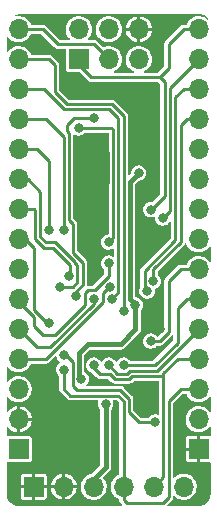
<source format=gbr>
%TF.GenerationSoftware,KiCad,Pcbnew,(6.0.7)*%
%TF.CreationDate,2023-07-03T12:47:38-04:00*%
%TF.ProjectId,atmega328pb_v2_breakout,61746d65-6761-4333-9238-70625f76325f,rev?*%
%TF.SameCoordinates,Original*%
%TF.FileFunction,Copper,L2,Bot*%
%TF.FilePolarity,Positive*%
%FSLAX46Y46*%
G04 Gerber Fmt 4.6, Leading zero omitted, Abs format (unit mm)*
G04 Created by KiCad (PCBNEW (6.0.7)) date 2023-07-03 12:47:38*
%MOMM*%
%LPD*%
G01*
G04 APERTURE LIST*
%TA.AperFunction,ComponentPad*%
%ADD10R,1.700000X1.700000*%
%TD*%
%TA.AperFunction,ComponentPad*%
%ADD11O,1.700000X1.700000*%
%TD*%
%TA.AperFunction,ViaPad*%
%ADD12C,0.800000*%
%TD*%
%TA.AperFunction,Conductor*%
%ADD13C,0.250000*%
%TD*%
%TA.AperFunction,Conductor*%
%ADD14C,0.400000*%
%TD*%
G04 APERTURE END LIST*
D10*
%TO.P,J1,1,MISO*%
%TO.N,D12*%
X102885000Y-50805000D03*
D11*
%TO.P,J1,2,VCC*%
%TO.N,VDD*%
X102885000Y-48265000D03*
%TO.P,J1,3,SCK*%
%TO.N,D13*%
X105425000Y-50805000D03*
%TO.P,J1,4,MOSI*%
%TO.N,D11*%
X105425000Y-48265000D03*
%TO.P,J1,5,~{RST}*%
%TO.N,~{RST}*%
X107965000Y-50805000D03*
%TO.P,J1,6,GND*%
%TO.N,GND*%
X107965000Y-48265000D03*
%TD*%
D10*
%TO.P,J3,1,Pin_1*%
%TO.N,GND*%
X113030000Y-83820000D03*
D11*
%TO.P,J3,2,Pin_2*%
%TO.N,~{RST}*%
X113030000Y-81280000D03*
%TO.P,J3,3,Pin_3*%
%TO.N,D00*%
X113030000Y-78740000D03*
%TO.P,J3,4,Pin_4*%
%TO.N,D01*%
X113030000Y-76200000D03*
%TO.P,J3,5,Pin_5*%
%TO.N,D02*%
X113030000Y-73660000D03*
%TO.P,J3,6,Pin_6*%
%TO.N,D03*%
X113030000Y-71120000D03*
%TO.P,J3,7,Pin_7*%
%TO.N,D04*%
X113030000Y-68580000D03*
%TO.P,J3,8,Pin_8*%
%TO.N,D05*%
X113030000Y-66040000D03*
%TO.P,J3,9,Pin_9*%
%TO.N,D06*%
X113030000Y-63500000D03*
%TO.P,J3,10,Pin_10*%
%TO.N,D07*%
X113030000Y-60960000D03*
%TO.P,J3,11,Pin_11*%
%TO.N,D08*%
X113030000Y-58420000D03*
%TO.P,J3,12,Pin_12*%
%TO.N,D09*%
X113030000Y-55880000D03*
%TO.P,J3,13,Pin_13*%
%TO.N,D10*%
X113030000Y-53340000D03*
%TO.P,J3,14,Pin_14*%
%TO.N,D11*%
X113030000Y-50800000D03*
%TO.P,J3,15,Pin_15*%
%TO.N,D12*%
X113030000Y-48260000D03*
%TD*%
D10*
%TO.P,J4,1,Pin_1*%
%TO.N,GND*%
X99060000Y-86995000D03*
D11*
%TO.P,J4,2,Pin_2*%
X101600000Y-86995000D03*
%TO.P,J4,3,Pin_3*%
%TO.N,VDD*%
X104140000Y-86995000D03*
%TO.P,J4,4,Pin_4*%
%TO.N,D00*%
X106680000Y-86995000D03*
%TO.P,J4,5,Pin_5*%
%TO.N,D01*%
X109220000Y-86995000D03*
%TO.P,J4,6,Pin_6*%
%TO.N,D{slash}R*%
X111760000Y-86995000D03*
%TD*%
D10*
%TO.P,J2,1,Pin_1*%
%TO.N,VCC*%
X97790000Y-83820000D03*
D11*
%TO.P,J2,2,Pin_2*%
%TO.N,GND*%
X97790000Y-81280000D03*
%TO.P,J2,3,Pin_3*%
%TO.N,VDD*%
X97790000Y-78740000D03*
%TO.P,J2,4,Pin_4*%
%TO.N,AREF*%
X97790000Y-76200000D03*
%TO.P,J2,5,Pin_5*%
%TO.N,A07*%
X97790000Y-73660000D03*
%TO.P,J2,6,Pin_6*%
%TO.N,A06*%
X97790000Y-71120000D03*
%TO.P,J2,7,Pin_7*%
%TO.N,A05*%
X97790000Y-68580000D03*
%TO.P,J2,8,Pin_8*%
%TO.N,A04*%
X97790000Y-66040000D03*
%TO.P,J2,9,Pin_9*%
%TO.N,A03*%
X97790000Y-63500000D03*
%TO.P,J2,10,Pin_10*%
%TO.N,A02*%
X97790000Y-60960000D03*
%TO.P,J2,11,Pin_11*%
%TO.N,A01*%
X97790000Y-58420000D03*
%TO.P,J2,12,Pin_12*%
%TO.N,A00*%
X97790000Y-55880000D03*
%TO.P,J2,13,Pin_13*%
%TO.N,SCL1*%
X97790000Y-53340000D03*
%TO.P,J2,14,Pin_14*%
%TO.N,SDA1*%
X97790000Y-50800000D03*
%TO.P,J2,15,Pin_15*%
%TO.N,D13*%
X97790000Y-48260000D03*
%TD*%
D12*
%TO.N,GND*%
X108966000Y-79756000D03*
X108204000Y-62738000D03*
X109728000Y-73660000D03*
X104140000Y-69088000D03*
X100584000Y-47498000D03*
X104902000Y-61722000D03*
X105055500Y-58420000D03*
%TO.N,VDD*%
X107950000Y-60452000D03*
X105145000Y-80021000D03*
X103086500Y-77877500D03*
X107679607Y-71611607D03*
%TO.N,D12*%
X108966000Y-63537500D03*
%TO.N,D13*%
X102870000Y-56642000D03*
X105410000Y-66294000D03*
%TO.N,D11*%
X109982000Y-64262000D03*
%TO.N,~{RST}*%
X109315500Y-81534000D03*
X101637500Y-75872701D03*
X102616000Y-70866000D03*
X104140000Y-55784500D03*
%TO.N,AREF*%
X105505500Y-70099701D03*
%TO.N,A07*%
X104135701Y-71115701D03*
%TO.N,A06*%
X105410000Y-68072000D03*
%TO.N,A04*%
X100330000Y-73152000D03*
%TO.N,A03*%
X102033566Y-69195221D03*
%TO.N,A02*%
X101309066Y-70071582D03*
%TO.N,A01*%
X100330000Y-65278000D03*
%TO.N,A00*%
X101600000Y-65278000D03*
%TO.N,SCL1*%
X105664000Y-71120000D03*
%TO.N,SDA1*%
X106680000Y-72136000D03*
%TO.N,D00*%
X101600000Y-77078000D03*
%TO.N,D01*%
X104140000Y-76708000D03*
%TO.N,D02*%
X105410000Y-76708000D03*
%TO.N,D03*%
X106680000Y-76708000D03*
%TO.N,D04*%
X108966000Y-74676000D03*
%TO.N,D09*%
X109191018Y-69598807D03*
%TO.N,D10*%
X108657667Y-70444113D03*
%TD*%
D13*
%TO.N,GND*%
X105156000Y-61468000D02*
X105330000Y-61294000D01*
X109728000Y-73660000D02*
X108462653Y-72394653D01*
X107730000Y-63212000D02*
X108204000Y-62738000D01*
X108462653Y-72394653D02*
X108462653Y-71369347D01*
X107730000Y-70636695D02*
X107730000Y-63212000D01*
X105330000Y-61294000D02*
X105330000Y-60452000D01*
X105330000Y-58694500D02*
X105055500Y-58420000D01*
X108462653Y-71369347D02*
X107730000Y-70636695D01*
X104902000Y-61722000D02*
X105156000Y-61468000D01*
X105330000Y-60452000D02*
X105330000Y-58694500D01*
D14*
%TO.N,VDD*%
X107950000Y-60452000D02*
X107205000Y-61197000D01*
X102887000Y-77678000D02*
X103086500Y-77877500D01*
X107679607Y-71611607D02*
X107205000Y-71137000D01*
X107205000Y-61197000D02*
X107205000Y-62230000D01*
X107205000Y-62230000D02*
X107205000Y-70883000D01*
X107679607Y-73676393D02*
X106426000Y-74930000D01*
X107679607Y-71611607D02*
X107679607Y-73676393D01*
X107205000Y-71137000D02*
X107205000Y-70883000D01*
X103632000Y-74930000D02*
X102887000Y-75675000D01*
X106426000Y-74930000D02*
X103632000Y-74930000D01*
X105156000Y-85344000D02*
X105156000Y-80032000D01*
X104140000Y-86360000D02*
X105156000Y-85344000D01*
X105156000Y-80032000D02*
X105145000Y-80021000D01*
X102887000Y-75675000D02*
X102887000Y-77678000D01*
X104140000Y-86995000D02*
X104140000Y-86360000D01*
D13*
%TO.N,D12*%
X109728000Y-52324000D02*
X110490000Y-51562000D01*
X111760000Y-48260000D02*
X113030000Y-48260000D01*
X102885000Y-50805000D02*
X102885000Y-51323000D01*
X103886000Y-52324000D02*
X109728000Y-52324000D01*
X108966000Y-63537500D02*
X110156000Y-62347500D01*
X110490000Y-51562000D02*
X110490000Y-49530000D01*
X110490000Y-49530000D02*
X111760000Y-48260000D01*
X110156000Y-62347500D02*
X110156000Y-52752000D01*
X102885000Y-51323000D02*
X103886000Y-52324000D01*
X110156000Y-52752000D02*
X109728000Y-52324000D01*
%TO.N,D13*%
X104150000Y-49530000D02*
X105425000Y-50805000D01*
X105780000Y-65924000D02*
X105410000Y-66294000D01*
X102870000Y-56642000D02*
X105664000Y-56642000D01*
X105780000Y-56758000D02*
X105780000Y-63246000D01*
X97790000Y-48260000D02*
X99822000Y-48260000D01*
X105780000Y-63246000D02*
X105780000Y-65924000D01*
X101092000Y-49530000D02*
X104150000Y-49530000D01*
X105664000Y-56642000D02*
X105780000Y-56758000D01*
X99822000Y-48260000D02*
X101092000Y-49530000D01*
%TO.N,D11*%
X110606000Y-53224000D02*
X110606000Y-60452000D01*
X109982000Y-64262000D02*
X110606000Y-63638000D01*
X110606000Y-60452000D02*
X110606000Y-63362000D01*
X110606000Y-63638000D02*
X110606000Y-63362000D01*
X113030000Y-50800000D02*
X110606000Y-53224000D01*
%TO.N,~{RST}*%
X102680198Y-67499802D02*
X103208566Y-68028170D01*
X102616000Y-70486396D02*
X102616000Y-70866000D01*
X104140000Y-55784500D02*
X102457500Y-55784500D01*
X102362000Y-67056000D02*
X102362000Y-67181604D01*
X107130000Y-80714000D02*
X107130000Y-79569604D01*
X101854000Y-56896000D02*
X102050000Y-57092000D01*
X102362000Y-67181604D02*
X102680198Y-67499802D01*
X107950000Y-81534000D02*
X107130000Y-80714000D01*
X103208566Y-69893830D02*
X102680198Y-70422198D01*
X102362000Y-76454000D02*
X101780701Y-75872701D01*
X103208566Y-68028170D02*
X103208566Y-69893830D01*
X102050000Y-63500000D02*
X102050000Y-64458000D01*
X109315500Y-81534000D02*
X107950000Y-81534000D01*
X102722000Y-78846000D02*
X102362000Y-78486000D01*
X102050000Y-64458000D02*
X102362000Y-64770000D01*
X107130000Y-79569604D02*
X106406396Y-78846000D01*
X101854000Y-56388000D02*
X101854000Y-56896000D01*
X102362000Y-78486000D02*
X102362000Y-76454000D01*
X106406396Y-78846000D02*
X102722000Y-78846000D01*
X101780701Y-75872701D02*
X101637500Y-75872701D01*
X102362000Y-65532000D02*
X102362000Y-67056000D01*
X102680198Y-70422198D02*
X102616000Y-70486396D01*
X102050000Y-57092000D02*
X102050000Y-63500000D01*
X102362000Y-64770000D02*
X102362000Y-65532000D01*
X102457500Y-55784500D02*
X101854000Y-56388000D01*
%TO.N,AREF*%
X104902000Y-70612000D02*
X105414299Y-70099701D01*
X97790000Y-76200000D02*
X100076000Y-76200000D01*
X100076000Y-76200000D02*
X104902000Y-71374000D01*
X105414299Y-70099701D02*
X105505500Y-70099701D01*
X104902000Y-71374000D02*
X104902000Y-70612000D01*
%TO.N,A07*%
X100455604Y-75184000D02*
X104135701Y-71503903D01*
X97790000Y-73660000D02*
X99314000Y-75184000D01*
X104135701Y-71503903D02*
X104135701Y-71115701D01*
X99314000Y-75184000D02*
X100455604Y-75184000D01*
%TO.N,A06*%
X103632000Y-70358000D02*
X103378000Y-70612000D01*
X99822000Y-74168000D02*
X99060000Y-73406000D01*
X97790000Y-71374000D02*
X97790000Y-71120000D01*
X99060000Y-73406000D02*
X99060000Y-72644000D01*
X104221896Y-70358000D02*
X103632000Y-70358000D01*
X99060000Y-72644000D02*
X97790000Y-71374000D01*
X105410000Y-68072000D02*
X105410000Y-69169896D01*
X100835208Y-74168000D02*
X99822000Y-74168000D01*
X103378000Y-71625208D02*
X100835208Y-74168000D01*
X103378000Y-70612000D02*
X103378000Y-71625208D01*
X105410000Y-69169896D02*
X104221896Y-70358000D01*
%TO.N,A04*%
X98298000Y-66040000D02*
X99060000Y-66802000D01*
X100204396Y-73152000D02*
X100330000Y-73152000D01*
X97790000Y-66040000D02*
X98298000Y-66040000D01*
X99060000Y-72007604D02*
X100204396Y-73152000D01*
X99060000Y-66802000D02*
X99060000Y-71882000D01*
X99060000Y-71882000D02*
X99060000Y-72007604D01*
%TO.N,A03*%
X99060000Y-63500000D02*
X97790000Y-63500000D01*
X99947604Y-66802000D02*
X99155000Y-66009396D01*
X99155000Y-63595000D02*
X99060000Y-63500000D01*
X99155000Y-66009396D02*
X99155000Y-63595000D01*
X102033566Y-69195221D02*
X102108000Y-69120787D01*
X100709604Y-66802000D02*
X99947604Y-66802000D01*
X102108000Y-69120787D02*
X102108000Y-68200396D01*
X102108000Y-68200396D02*
X100709604Y-66802000D01*
%TO.N,A02*%
X98552000Y-60960000D02*
X99605000Y-62013000D01*
X100838000Y-66294000D02*
X102525173Y-67981173D01*
X102394418Y-70071582D02*
X102758566Y-69707434D01*
X100076000Y-66294000D02*
X100838000Y-66294000D01*
X99605000Y-65823000D02*
X100076000Y-66294000D01*
X102758566Y-69707434D02*
X102758566Y-68214566D01*
X97790000Y-60960000D02*
X98552000Y-60960000D01*
X99605000Y-62013000D02*
X99605000Y-65823000D01*
X101309066Y-70071582D02*
X102394418Y-70071582D01*
X102758566Y-68214566D02*
X102489000Y-67945000D01*
%TO.N,A01*%
X99822000Y-58928000D02*
X100330000Y-59436000D01*
X97790000Y-58420000D02*
X99314000Y-58420000D01*
X100330000Y-59436000D02*
X100330000Y-65278000D01*
X99314000Y-58420000D02*
X99822000Y-58928000D01*
%TO.N,A00*%
X101600000Y-65278000D02*
X101600000Y-57404000D01*
X101600000Y-57404000D02*
X100076000Y-55880000D01*
X100076000Y-55880000D02*
X97790000Y-55880000D01*
%TO.N,SCL1*%
X103124000Y-55060000D02*
X105477604Y-55060000D01*
X105477604Y-55060000D02*
X106230000Y-55812396D01*
X97790000Y-53340000D02*
X99314000Y-53340000D01*
X101667604Y-55060000D02*
X103124000Y-55060000D01*
X99314000Y-53340000D02*
X99947604Y-53340000D01*
X99947604Y-53340000D02*
X101667604Y-55060000D01*
X106230000Y-55812396D02*
X106230000Y-70554000D01*
X106230000Y-70554000D02*
X105664000Y-71120000D01*
%TO.N,SDA1*%
X105664000Y-54610000D02*
X106680000Y-55626000D01*
X100330000Y-50800000D02*
X100838000Y-51308000D01*
X97790000Y-50800000D02*
X100330000Y-50800000D01*
X100838000Y-51308000D02*
X100838000Y-53594000D01*
X104394000Y-54610000D02*
X105664000Y-54610000D01*
X101854000Y-54610000D02*
X104394000Y-54610000D01*
X106680000Y-55626000D02*
X106680000Y-72136000D01*
X101600000Y-54356000D02*
X101854000Y-54610000D01*
X100838000Y-53594000D02*
X101600000Y-54356000D01*
%TO.N,D00*%
X113030000Y-78740000D02*
X111506000Y-78740000D01*
X111506000Y-78740000D02*
X110490000Y-79756000D01*
X102156000Y-79296000D02*
X101600000Y-78740000D01*
X110490000Y-87884000D02*
X109982000Y-88392000D01*
X106934000Y-88392000D02*
X106680000Y-88138000D01*
X109982000Y-88392000D02*
X106934000Y-88392000D01*
X106680000Y-88138000D02*
X106680000Y-86995000D01*
X106220000Y-79296000D02*
X102156000Y-79296000D01*
X106680000Y-86995000D02*
X106680000Y-79756000D01*
X106680000Y-79756000D02*
X106220000Y-79296000D01*
X110490000Y-79756000D02*
X110490000Y-87884000D01*
X101600000Y-78740000D02*
X101600000Y-77078000D01*
%TO.N,D01*%
X110040000Y-78036000D02*
X110040000Y-77666000D01*
X110040000Y-78174000D02*
X110040000Y-78036000D01*
X110040000Y-77412000D02*
X111252000Y-76200000D01*
X110040000Y-77666000D02*
X110040000Y-77412000D01*
X107166701Y-77883000D02*
X107383701Y-77666000D01*
X111252000Y-76200000D02*
X113030000Y-76200000D01*
X105535604Y-77470000D02*
X105948604Y-77883000D01*
X104648000Y-77470000D02*
X105535604Y-77470000D01*
X104140000Y-76708000D02*
X104140000Y-76962000D01*
X107383701Y-77666000D02*
X110040000Y-77666000D01*
X105948604Y-77883000D02*
X107166701Y-77883000D01*
X110040000Y-86175000D02*
X110040000Y-78174000D01*
X109220000Y-86995000D02*
X110040000Y-86175000D01*
X104140000Y-76962000D02*
X104648000Y-77470000D01*
%TO.N,D02*%
X105410000Y-76708000D02*
X106135000Y-77433000D01*
X106980305Y-77433000D02*
X107197305Y-77216000D01*
X106135000Y-77433000D02*
X106980305Y-77433000D01*
X109474000Y-77216000D02*
X113030000Y-73660000D01*
X107197305Y-77216000D02*
X109474000Y-77216000D01*
%TO.N,D03*%
X112014000Y-71120000D02*
X111252000Y-71882000D01*
X109345604Y-76708000D02*
X106680000Y-76708000D01*
X111252000Y-74801604D02*
X109345604Y-76708000D01*
X113030000Y-71120000D02*
X112014000Y-71120000D01*
X111252000Y-71882000D02*
X111252000Y-74801604D01*
%TO.N,D04*%
X109737305Y-74676000D02*
X110490000Y-73923305D01*
X113030000Y-68580000D02*
X112268000Y-68580000D01*
X112268000Y-68580000D02*
X111506000Y-68580000D01*
X108966000Y-74676000D02*
X109737305Y-74676000D01*
X110490000Y-73923305D02*
X110490000Y-69596000D01*
X111506000Y-68580000D02*
X110490000Y-69596000D01*
%TO.N,D09*%
X111506000Y-66294000D02*
X109191018Y-68608982D01*
X111506000Y-56388000D02*
X111506000Y-58674000D01*
X109191018Y-68608982D02*
X109191018Y-69598807D01*
X112014000Y-55880000D02*
X111506000Y-56388000D01*
X113030000Y-55880000D02*
X112014000Y-55880000D01*
X111506000Y-58674000D02*
X111506000Y-66294000D01*
%TO.N,D10*%
X108458000Y-70244446D02*
X108458000Y-68705604D01*
X111056000Y-54044000D02*
X111760000Y-53340000D01*
X111760000Y-53340000D02*
X113030000Y-53340000D01*
X111056000Y-66107604D02*
X111056000Y-54044000D01*
X108657667Y-70444113D02*
X108458000Y-70244446D01*
X108458000Y-68705604D02*
X111056000Y-66107604D01*
%TD*%
%TA.AperFunction,Conductor*%
%TO.N,GND*%
G36*
X111992833Y-79137806D02*
G01*
X112005398Y-79155834D01*
X112069377Y-79294616D01*
X112140970Y-79395918D01*
X112182026Y-79454011D01*
X112186533Y-79460389D01*
X112188587Y-79462390D01*
X112188588Y-79462391D01*
X112283593Y-79554940D01*
X112331938Y-79602035D01*
X112500720Y-79714812D01*
X112554692Y-79738000D01*
X112684588Y-79793808D01*
X112684590Y-79793809D01*
X112687228Y-79794942D01*
X112787641Y-79817663D01*
X112882426Y-79839111D01*
X112882429Y-79839111D01*
X112885216Y-79839742D01*
X112975164Y-79843276D01*
X113085193Y-79847600D01*
X113085197Y-79847600D01*
X113088053Y-79847712D01*
X113288945Y-79818584D01*
X113481165Y-79753334D01*
X113658276Y-79654147D01*
X113814345Y-79524345D01*
X113872842Y-79454011D01*
X113934948Y-79379337D01*
X113977281Y-79357064D01*
X114022965Y-79371250D01*
X114045238Y-79413583D01*
X114045500Y-79419302D01*
X114045500Y-80605645D01*
X114027194Y-80649839D01*
X113983000Y-80668145D01*
X113938806Y-80649839D01*
X113932922Y-80643040D01*
X113856037Y-80540078D01*
X113856036Y-80540076D01*
X113854320Y-80537779D01*
X113705258Y-80399987D01*
X113533581Y-80291667D01*
X113345039Y-80216446D01*
X113342233Y-80215888D01*
X113342230Y-80215887D01*
X113148752Y-80177402D01*
X113148750Y-80177402D01*
X113145946Y-80176844D01*
X113050353Y-80175593D01*
X112945833Y-80174224D01*
X112945828Y-80174224D01*
X112942971Y-80174187D01*
X112940151Y-80174672D01*
X112940146Y-80174672D01*
X112841395Y-80191641D01*
X112742910Y-80208564D01*
X112740222Y-80209556D01*
X112740217Y-80209557D01*
X112555151Y-80277832D01*
X112555148Y-80277833D01*
X112552463Y-80278824D01*
X112378010Y-80382612D01*
X112302675Y-80448679D01*
X112229884Y-80512516D01*
X112225392Y-80516455D01*
X112223616Y-80518708D01*
X112223615Y-80518709D01*
X112117257Y-80653624D01*
X112099720Y-80675869D01*
X112005203Y-80855515D01*
X112004356Y-80858242D01*
X112004355Y-80858245D01*
X111985104Y-80920245D01*
X111945007Y-81049378D01*
X111921148Y-81250964D01*
X111921336Y-81253828D01*
X111932190Y-81419431D01*
X111934424Y-81453522D01*
X111984392Y-81650269D01*
X112069377Y-81834616D01*
X112186533Y-82000389D01*
X112188587Y-82002390D01*
X112188588Y-82002391D01*
X112249924Y-82062141D01*
X112331938Y-82142035D01*
X112500720Y-82254812D01*
X112586056Y-82291475D01*
X112684588Y-82333808D01*
X112684590Y-82333809D01*
X112687228Y-82334942D01*
X112785484Y-82357175D01*
X112882426Y-82379111D01*
X112882429Y-82379111D01*
X112885216Y-82379742D01*
X112975164Y-82383276D01*
X113085193Y-82387600D01*
X113085197Y-82387600D01*
X113088053Y-82387712D01*
X113288945Y-82358584D01*
X113481165Y-82293334D01*
X113658276Y-82194147D01*
X113814345Y-82064345D01*
X113901709Y-81959302D01*
X113934948Y-81919337D01*
X113977281Y-81897064D01*
X114022965Y-81911250D01*
X114045238Y-81953583D01*
X114045500Y-81959302D01*
X114045500Y-82667787D01*
X114027194Y-82711981D01*
X113983000Y-82730287D01*
X113970807Y-82729086D01*
X113908030Y-82716599D01*
X113901946Y-82716000D01*
X113169431Y-82716000D01*
X113160641Y-82719641D01*
X113157000Y-82728431D01*
X113157000Y-84911568D01*
X113160641Y-84920358D01*
X113169431Y-84923999D01*
X113901945Y-84923999D01*
X113908030Y-84923400D01*
X113970808Y-84910913D01*
X114017724Y-84920246D01*
X114044299Y-84960020D01*
X114045500Y-84972212D01*
X114045500Y-87599792D01*
X114044375Y-87611596D01*
X114040519Y-87631645D01*
X114041758Y-87637674D01*
X114041758Y-87637677D01*
X114042282Y-87640226D01*
X114043354Y-87657905D01*
X114031518Y-87802569D01*
X114029664Y-87813393D01*
X113987376Y-87973923D01*
X113983657Y-87984256D01*
X113913918Y-88134921D01*
X113908446Y-88144443D01*
X113816788Y-88275738D01*
X113813422Y-88280559D01*
X113806369Y-88288977D01*
X113688977Y-88406369D01*
X113680559Y-88413422D01*
X113544443Y-88508446D01*
X113534921Y-88513918D01*
X113384256Y-88583657D01*
X113373923Y-88587376D01*
X113213393Y-88629664D01*
X113202569Y-88631518D01*
X113142268Y-88636452D01*
X113057902Y-88643354D01*
X113040226Y-88642282D01*
X113037677Y-88641758D01*
X113037674Y-88641758D01*
X113031645Y-88640519D01*
X113022479Y-88642282D01*
X113011596Y-88644375D01*
X112999792Y-88645500D01*
X110416082Y-88645500D01*
X110371888Y-88627194D01*
X110353582Y-88583000D01*
X110371888Y-88538806D01*
X110497746Y-88412949D01*
X110724999Y-88185696D01*
X110735291Y-88177384D01*
X110744600Y-88171373D01*
X110748940Y-88168571D01*
X110772045Y-88139262D01*
X110776934Y-88133761D01*
X110780638Y-88130057D01*
X110792754Y-88113101D01*
X110794476Y-88110808D01*
X110827156Y-88069353D01*
X110828867Y-88064479D01*
X110830767Y-88061024D01*
X110832508Y-88057472D01*
X110835513Y-88053266D01*
X110841227Y-88034162D01*
X110850625Y-88002737D01*
X110851534Y-87999938D01*
X110867716Y-87953856D01*
X110869018Y-87950149D01*
X110869500Y-87944584D01*
X110869500Y-87944307D01*
X110869840Y-87940281D01*
X110870233Y-87937172D01*
X110871713Y-87932222D01*
X110869548Y-87877117D01*
X110869500Y-87874664D01*
X110869500Y-87817710D01*
X110887806Y-87773516D01*
X110932000Y-87755210D01*
X110975612Y-87772941D01*
X111017138Y-87813393D01*
X111061938Y-87857035D01*
X111230720Y-87969812D01*
X111307355Y-88002737D01*
X111414588Y-88048808D01*
X111414590Y-88048809D01*
X111417228Y-88049942D01*
X111515484Y-88072175D01*
X111612426Y-88094111D01*
X111612429Y-88094111D01*
X111615216Y-88094742D01*
X111705164Y-88098276D01*
X111815193Y-88102600D01*
X111815197Y-88102600D01*
X111818053Y-88102712D01*
X111847786Y-88098401D01*
X111929389Y-88086569D01*
X112018945Y-88073584D01*
X112211165Y-88008334D01*
X112388276Y-87909147D01*
X112544345Y-87779345D01*
X112674147Y-87623276D01*
X112773334Y-87446165D01*
X112838584Y-87253945D01*
X112867712Y-87053053D01*
X112869232Y-86995000D01*
X112866303Y-86963116D01*
X112857228Y-86864359D01*
X112850658Y-86792859D01*
X112843456Y-86767322D01*
X112796335Y-86600244D01*
X112796333Y-86600240D01*
X112795557Y-86597487D01*
X112705776Y-86415428D01*
X112704058Y-86413127D01*
X112586037Y-86255078D01*
X112586036Y-86255076D01*
X112584320Y-86252779D01*
X112435258Y-86114987D01*
X112263581Y-86006667D01*
X112075039Y-85931446D01*
X112072233Y-85930888D01*
X112072230Y-85930887D01*
X111878752Y-85892402D01*
X111878750Y-85892402D01*
X111875946Y-85891844D01*
X111780353Y-85890593D01*
X111675833Y-85889224D01*
X111675828Y-85889224D01*
X111672971Y-85889187D01*
X111670151Y-85889672D01*
X111670146Y-85889672D01*
X111570435Y-85906806D01*
X111472910Y-85923564D01*
X111470222Y-85924556D01*
X111470217Y-85924557D01*
X111285151Y-85992832D01*
X111285148Y-85992833D01*
X111282463Y-85993824D01*
X111108010Y-86097612D01*
X111023219Y-86171972D01*
X110973209Y-86215830D01*
X110927912Y-86231206D01*
X110885010Y-86210049D01*
X110869500Y-86168840D01*
X110869500Y-84691945D01*
X111926001Y-84691945D01*
X111926600Y-84698030D01*
X111939536Y-84763068D01*
X111944157Y-84774224D01*
X111993457Y-84848007D01*
X112001993Y-84856543D01*
X112075775Y-84905843D01*
X112086933Y-84910464D01*
X112151970Y-84923401D01*
X112158054Y-84924000D01*
X112890569Y-84924000D01*
X112899359Y-84920359D01*
X112903000Y-84911569D01*
X112903000Y-83959431D01*
X112899359Y-83950641D01*
X112890569Y-83947000D01*
X111938432Y-83947000D01*
X111929642Y-83950641D01*
X111926001Y-83959431D01*
X111926001Y-84691945D01*
X110869500Y-84691945D01*
X110869500Y-83680569D01*
X111926000Y-83680569D01*
X111929641Y-83689359D01*
X111938431Y-83693000D01*
X112890569Y-83693000D01*
X112899359Y-83689359D01*
X112903000Y-83680569D01*
X112903000Y-82728432D01*
X112899359Y-82719642D01*
X112890569Y-82716001D01*
X112158055Y-82716001D01*
X112151970Y-82716600D01*
X112086932Y-82729536D01*
X112075776Y-82734157D01*
X112001993Y-82783457D01*
X111993457Y-82791993D01*
X111944157Y-82865775D01*
X111939536Y-82876933D01*
X111926599Y-82941970D01*
X111926000Y-82948054D01*
X111926000Y-83680569D01*
X110869500Y-83680569D01*
X110869500Y-79939082D01*
X110887806Y-79894888D01*
X111644888Y-79137806D01*
X111689082Y-79119500D01*
X111948639Y-79119500D01*
X111992833Y-79137806D01*
G37*
%TD.AperFunction*%
%TA.AperFunction,Conductor*%
G36*
X100971468Y-75929614D02*
G01*
X100989397Y-75966950D01*
X100995199Y-76019509D01*
X100995200Y-76019513D01*
X100995613Y-76023254D01*
X101050053Y-76172020D01*
X101138408Y-76303506D01*
X101255576Y-76410120D01*
X101258889Y-76411919D01*
X101261315Y-76413643D01*
X101286734Y-76454165D01*
X101276054Y-76500794D01*
X101253775Y-76520126D01*
X101232763Y-76530971D01*
X101232760Y-76530973D01*
X101229414Y-76532700D01*
X101110039Y-76636838D01*
X101107873Y-76639920D01*
X101107872Y-76639921D01*
X101062244Y-76704843D01*
X101018950Y-76766444D01*
X101017581Y-76769955D01*
X101017580Y-76769957D01*
X100974507Y-76880435D01*
X100961406Y-76914037D01*
X100960914Y-76917774D01*
X100941221Y-77067355D01*
X100941221Y-77067359D01*
X100940729Y-77071096D01*
X100958113Y-77228553D01*
X101012553Y-77377319D01*
X101100908Y-77508805D01*
X101103695Y-77511341D01*
X101200063Y-77599029D01*
X101220500Y-77645256D01*
X101220500Y-78692836D01*
X101219100Y-78705991D01*
X101215680Y-78721876D01*
X101216287Y-78727005D01*
X101216287Y-78727008D01*
X101220067Y-78758941D01*
X101220500Y-78766287D01*
X101220500Y-78771524D01*
X101220923Y-78774065D01*
X101220924Y-78774077D01*
X101223915Y-78792042D01*
X101224329Y-78794950D01*
X101230530Y-78847341D01*
X101232766Y-78851998D01*
X101233865Y-78855779D01*
X101235147Y-78859526D01*
X101235996Y-78864626D01*
X101238449Y-78869172D01*
X101238450Y-78869175D01*
X101261051Y-78911061D01*
X101262388Y-78913686D01*
X101285219Y-78961232D01*
X101288814Y-78965508D01*
X101289012Y-78965706D01*
X101291612Y-78968786D01*
X101293537Y-78971267D01*
X101295990Y-78975814D01*
X101299785Y-78979322D01*
X101336486Y-79013248D01*
X101338255Y-79014949D01*
X101854302Y-79530996D01*
X101862611Y-79541284D01*
X101871429Y-79554940D01*
X101898333Y-79576149D01*
X101900743Y-79578049D01*
X101906244Y-79582938D01*
X101909944Y-79586638D01*
X101912038Y-79588134D01*
X101912041Y-79588137D01*
X101926863Y-79598729D01*
X101929217Y-79600496D01*
X101941424Y-79610119D01*
X101970647Y-79633156D01*
X101975523Y-79634868D01*
X101979024Y-79636793D01*
X101982535Y-79638513D01*
X101986734Y-79641514D01*
X101991676Y-79642992D01*
X101991680Y-79642994D01*
X102022843Y-79652313D01*
X102037300Y-79656637D01*
X102040094Y-79657545D01*
X102086139Y-79673715D01*
X102086143Y-79673716D01*
X102089851Y-79675018D01*
X102093851Y-79675364D01*
X102094074Y-79675384D01*
X102094079Y-79675384D01*
X102095416Y-79675500D01*
X102095693Y-79675500D01*
X102099719Y-79675840D01*
X102102828Y-79676233D01*
X102107778Y-79677713D01*
X102162883Y-79675548D01*
X102165336Y-79675500D01*
X104485734Y-79675500D01*
X104529928Y-79693806D01*
X104548234Y-79738000D01*
X104543965Y-79760703D01*
X104510042Y-79847712D01*
X104506406Y-79857037D01*
X104505914Y-79860774D01*
X104486221Y-80010355D01*
X104486221Y-80010359D01*
X104485729Y-80014096D01*
X104503113Y-80171553D01*
X104557553Y-80320319D01*
X104645908Y-80451805D01*
X104681064Y-80483795D01*
X104701500Y-80530021D01*
X104701500Y-85129852D01*
X104683194Y-85174046D01*
X103964474Y-85892766D01*
X103930865Y-85910169D01*
X103852910Y-85923564D01*
X103850230Y-85924553D01*
X103850225Y-85924554D01*
X103665151Y-85992832D01*
X103665148Y-85992833D01*
X103662463Y-85993824D01*
X103488010Y-86097612D01*
X103335392Y-86231455D01*
X103209720Y-86390869D01*
X103115203Y-86570515D01*
X103114356Y-86573242D01*
X103114355Y-86573245D01*
X103106828Y-86597487D01*
X103055007Y-86764378D01*
X103031148Y-86965964D01*
X103031336Y-86968828D01*
X103042190Y-87134431D01*
X103044424Y-87168522D01*
X103094392Y-87365269D01*
X103179377Y-87549616D01*
X103296533Y-87715389D01*
X103298587Y-87717390D01*
X103298588Y-87717391D01*
X103359924Y-87777141D01*
X103441938Y-87857035D01*
X103610720Y-87969812D01*
X103687355Y-88002737D01*
X103794588Y-88048808D01*
X103794590Y-88048809D01*
X103797228Y-88049942D01*
X103895484Y-88072175D01*
X103992426Y-88094111D01*
X103992429Y-88094111D01*
X103995216Y-88094742D01*
X104085164Y-88098276D01*
X104195193Y-88102600D01*
X104195197Y-88102600D01*
X104198053Y-88102712D01*
X104227786Y-88098401D01*
X104309389Y-88086569D01*
X104398945Y-88073584D01*
X104591165Y-88008334D01*
X104768276Y-87909147D01*
X104924345Y-87779345D01*
X105054147Y-87623276D01*
X105153334Y-87446165D01*
X105218584Y-87253945D01*
X105247712Y-87053053D01*
X105249232Y-86995000D01*
X105246303Y-86963116D01*
X105237228Y-86864359D01*
X105230658Y-86792859D01*
X105223456Y-86767322D01*
X105176335Y-86600244D01*
X105176333Y-86600240D01*
X105175557Y-86597487D01*
X105085776Y-86415428D01*
X105069532Y-86393674D01*
X104964904Y-86253561D01*
X104953129Y-86207198D01*
X104970788Y-86171972D01*
X105455661Y-85687099D01*
X105461161Y-85682211D01*
X105487393Y-85661531D01*
X105491059Y-85658641D01*
X105525303Y-85609094D01*
X105526437Y-85607507D01*
X105559433Y-85562834D01*
X105562209Y-85559076D01*
X105563757Y-85554669D01*
X105564782Y-85552733D01*
X105564931Y-85552487D01*
X105565034Y-85552285D01*
X105565151Y-85552006D01*
X105566105Y-85550058D01*
X105568764Y-85546211D01*
X105586925Y-85488785D01*
X105587545Y-85486928D01*
X105605945Y-85434533D01*
X105607493Y-85430126D01*
X105607676Y-85425461D01*
X105608087Y-85423309D01*
X105608228Y-85422748D01*
X105608899Y-85419307D01*
X105609975Y-85415903D01*
X105610255Y-85412346D01*
X105610403Y-85410471D01*
X105610404Y-85410458D01*
X105610500Y-85409232D01*
X105610500Y-85354816D01*
X105610548Y-85352363D01*
X105612675Y-85298229D01*
X105612675Y-85298227D01*
X105612858Y-85293563D01*
X105611661Y-85289048D01*
X105611148Y-85284406D01*
X105611522Y-85284365D01*
X105610500Y-85276527D01*
X105610500Y-80512516D01*
X105626991Y-80470214D01*
X105627449Y-80469716D01*
X105630314Y-80467269D01*
X105679761Y-80398456D01*
X105720555Y-80341686D01*
X105720556Y-80341684D01*
X105722755Y-80338624D01*
X105781842Y-80191641D01*
X105804162Y-80034807D01*
X105804307Y-80021000D01*
X105785276Y-79863733D01*
X105746113Y-79760092D01*
X105747615Y-79712281D01*
X105782486Y-79679535D01*
X105804578Y-79675500D01*
X106036918Y-79675500D01*
X106081112Y-79693806D01*
X106282194Y-79894888D01*
X106300500Y-79939082D01*
X106300500Y-85914096D01*
X106282194Y-85958290D01*
X106259634Y-85972732D01*
X106202463Y-85993824D01*
X106028010Y-86097612D01*
X105875392Y-86231455D01*
X105749720Y-86390869D01*
X105655203Y-86570515D01*
X105654356Y-86573242D01*
X105654355Y-86573245D01*
X105646828Y-86597487D01*
X105595007Y-86764378D01*
X105571148Y-86965964D01*
X105571336Y-86968828D01*
X105582190Y-87134431D01*
X105584424Y-87168522D01*
X105634392Y-87365269D01*
X105719377Y-87549616D01*
X105836533Y-87715389D01*
X105838587Y-87717390D01*
X105838588Y-87717391D01*
X105899924Y-87777141D01*
X105981938Y-87857035D01*
X106150720Y-87969812D01*
X106153352Y-87970943D01*
X106153358Y-87970946D01*
X106262672Y-88017911D01*
X106296051Y-88052175D01*
X106300500Y-88075335D01*
X106300500Y-88090836D01*
X106299100Y-88103991D01*
X106295680Y-88119876D01*
X106296287Y-88125005D01*
X106296287Y-88125008D01*
X106300067Y-88156941D01*
X106300500Y-88164287D01*
X106300500Y-88169524D01*
X106300923Y-88172065D01*
X106300924Y-88172077D01*
X106303915Y-88190042D01*
X106304329Y-88192950D01*
X106310530Y-88245341D01*
X106312766Y-88249998D01*
X106313865Y-88253779D01*
X106315147Y-88257526D01*
X106315996Y-88262626D01*
X106318449Y-88267172D01*
X106318450Y-88267175D01*
X106341051Y-88309061D01*
X106342388Y-88311686D01*
X106365219Y-88359232D01*
X106368814Y-88363508D01*
X106369012Y-88363706D01*
X106371612Y-88366786D01*
X106373537Y-88369267D01*
X106375990Y-88373814D01*
X106379785Y-88377322D01*
X106416486Y-88411248D01*
X106418255Y-88412949D01*
X106544112Y-88538806D01*
X106562418Y-88583000D01*
X106544112Y-88627194D01*
X106499918Y-88645500D01*
X97822352Y-88645500D01*
X97809727Y-88644212D01*
X97791826Y-88640520D01*
X97783085Y-88642195D01*
X97765486Y-88643039D01*
X97620968Y-88629483D01*
X97610346Y-88627550D01*
X97572152Y-88617124D01*
X97450051Y-88583792D01*
X97439927Y-88580062D01*
X97289556Y-88509370D01*
X97280228Y-88503956D01*
X97144262Y-88408434D01*
X97135997Y-88401487D01*
X97018513Y-88284003D01*
X97011566Y-88275738D01*
X96986607Y-88240211D01*
X96916044Y-88139772D01*
X96910630Y-88130444D01*
X96839938Y-87980073D01*
X96836206Y-87969945D01*
X96835615Y-87967778D01*
X96808089Y-87866945D01*
X97956001Y-87866945D01*
X97956600Y-87873030D01*
X97969536Y-87938068D01*
X97974157Y-87949224D01*
X98023457Y-88023007D01*
X98031993Y-88031543D01*
X98105775Y-88080843D01*
X98116933Y-88085464D01*
X98181970Y-88098401D01*
X98188054Y-88099000D01*
X98920569Y-88099000D01*
X98929359Y-88095359D01*
X98933000Y-88086569D01*
X98933000Y-88086568D01*
X99187000Y-88086568D01*
X99190641Y-88095358D01*
X99199431Y-88098999D01*
X99931945Y-88098999D01*
X99938030Y-88098400D01*
X100003068Y-88085464D01*
X100014224Y-88080843D01*
X100088007Y-88031543D01*
X100096543Y-88023007D01*
X100145843Y-87949225D01*
X100150464Y-87938067D01*
X100163401Y-87873030D01*
X100164000Y-87866946D01*
X100164000Y-87135471D01*
X100502759Y-87135471D01*
X100504732Y-87165581D01*
X100505626Y-87171224D01*
X100554159Y-87362323D01*
X100556066Y-87367707D01*
X100638612Y-87546761D01*
X100641468Y-87551708D01*
X100755257Y-87712717D01*
X100758970Y-87717065D01*
X100900203Y-87854647D01*
X100904636Y-87858236D01*
X101068576Y-87967778D01*
X101073598Y-87970504D01*
X101254744Y-88048331D01*
X101260183Y-88050098D01*
X101452492Y-88093614D01*
X101458141Y-88094357D01*
X101460577Y-88094453D01*
X101468827Y-88091409D01*
X101473000Y-88081869D01*
X101473000Y-88079779D01*
X101727000Y-88079779D01*
X101730641Y-88088569D01*
X101736208Y-88090875D01*
X101855992Y-88073507D01*
X101861541Y-88072175D01*
X102048247Y-88008796D01*
X102053460Y-88006475D01*
X102225492Y-87910133D01*
X102230194Y-87906902D01*
X102381793Y-87780819D01*
X102385819Y-87776793D01*
X102511902Y-87625194D01*
X102515133Y-87620492D01*
X102611475Y-87448460D01*
X102613796Y-87443247D01*
X102677175Y-87256541D01*
X102678507Y-87250992D01*
X102695426Y-87134304D01*
X102693084Y-87125082D01*
X102687904Y-87122000D01*
X101739431Y-87122000D01*
X101730641Y-87125641D01*
X101727000Y-87134431D01*
X101727000Y-88079779D01*
X101473000Y-88079779D01*
X101473000Y-87134431D01*
X101469359Y-87125641D01*
X101460569Y-87122000D01*
X100514307Y-87122000D01*
X100506632Y-87125179D01*
X100502759Y-87135471D01*
X100164000Y-87135471D01*
X100164000Y-87134431D01*
X100160359Y-87125641D01*
X100151569Y-87122000D01*
X99199431Y-87122000D01*
X99190641Y-87125641D01*
X99187000Y-87134431D01*
X99187000Y-88086568D01*
X98933000Y-88086568D01*
X98933000Y-87134431D01*
X98929359Y-87125641D01*
X98920569Y-87122000D01*
X97968432Y-87122000D01*
X97959642Y-87125641D01*
X97956001Y-87134431D01*
X97956001Y-87866945D01*
X96808089Y-87866945D01*
X96792450Y-87809654D01*
X96790517Y-87799032D01*
X96776961Y-87654514D01*
X96777805Y-87636913D01*
X96778322Y-87634216D01*
X96779480Y-87628174D01*
X96775788Y-87610273D01*
X96774500Y-87597648D01*
X96774500Y-86855569D01*
X97956000Y-86855569D01*
X97959641Y-86864359D01*
X97968431Y-86868000D01*
X98920569Y-86868000D01*
X98929359Y-86864359D01*
X98933000Y-86855569D01*
X99187000Y-86855569D01*
X99190641Y-86864359D01*
X99199431Y-86868000D01*
X100151568Y-86868000D01*
X100160358Y-86864359D01*
X100163963Y-86855655D01*
X100504707Y-86855655D01*
X100507290Y-86864811D01*
X100512984Y-86868000D01*
X101460569Y-86868000D01*
X101469359Y-86864359D01*
X101473000Y-86855569D01*
X101727000Y-86855569D01*
X101730641Y-86864359D01*
X101739431Y-86868000D01*
X102684629Y-86868000D01*
X102693419Y-86864359D01*
X102696125Y-86857826D01*
X102690426Y-86795805D01*
X102689385Y-86790187D01*
X102635867Y-86600424D01*
X102633824Y-86595102D01*
X102546616Y-86418261D01*
X102543630Y-86413389D01*
X102425664Y-86255414D01*
X102421841Y-86251169D01*
X102277060Y-86117334D01*
X102272525Y-86113854D01*
X102105774Y-86008642D01*
X102100696Y-86006054D01*
X101917553Y-85932988D01*
X101912087Y-85931369D01*
X101739193Y-85896978D01*
X101729861Y-85898834D01*
X101727000Y-85903117D01*
X101727000Y-86855569D01*
X101473000Y-86855569D01*
X101473000Y-85908994D01*
X101469359Y-85900204D01*
X101464214Y-85898073D01*
X101315870Y-85923563D01*
X101310347Y-85925042D01*
X101125367Y-85993285D01*
X101120218Y-85995741D01*
X100950770Y-86096552D01*
X100946148Y-86099911D01*
X100797910Y-86229912D01*
X100793983Y-86234050D01*
X100671913Y-86388895D01*
X100668809Y-86393674D01*
X100576998Y-86568177D01*
X100574819Y-86573437D01*
X100516346Y-86761752D01*
X100515162Y-86767322D01*
X100504707Y-86855655D01*
X100163963Y-86855655D01*
X100163999Y-86855569D01*
X100163999Y-86123055D01*
X100163400Y-86116970D01*
X100150464Y-86051932D01*
X100145843Y-86040776D01*
X100096543Y-85966993D01*
X100088007Y-85958457D01*
X100014225Y-85909157D01*
X100003067Y-85904536D01*
X99938030Y-85891599D01*
X99931946Y-85891000D01*
X99199431Y-85891000D01*
X99190641Y-85894641D01*
X99187000Y-85903431D01*
X99187000Y-86855569D01*
X98933000Y-86855569D01*
X98933000Y-85903432D01*
X98929359Y-85894642D01*
X98920569Y-85891001D01*
X98188055Y-85891001D01*
X98181970Y-85891600D01*
X98116932Y-85904536D01*
X98105776Y-85909157D01*
X98031993Y-85958457D01*
X98023457Y-85966993D01*
X97974157Y-86040775D01*
X97969536Y-86051933D01*
X97956599Y-86116970D01*
X97956000Y-86123054D01*
X97956000Y-86855569D01*
X96774500Y-86855569D01*
X96774500Y-84972723D01*
X96792806Y-84928529D01*
X96837000Y-84910223D01*
X96849193Y-84911424D01*
X96911920Y-84923901D01*
X96911923Y-84923901D01*
X96914933Y-84924500D01*
X97790000Y-84924500D01*
X98665066Y-84924499D01*
X98668075Y-84923900D01*
X98668080Y-84923900D01*
X98733263Y-84910935D01*
X98739301Y-84909734D01*
X98823484Y-84853484D01*
X98879734Y-84769301D01*
X98894500Y-84695067D01*
X98894499Y-82944934D01*
X98879734Y-82870699D01*
X98823484Y-82786516D01*
X98803452Y-82773131D01*
X98744420Y-82733686D01*
X98744418Y-82733685D01*
X98739301Y-82730266D01*
X98706247Y-82723691D01*
X98668080Y-82716099D01*
X98668077Y-82716099D01*
X98665067Y-82715500D01*
X98661996Y-82715500D01*
X97790001Y-82715501D01*
X96914934Y-82715501D01*
X96911925Y-82716100D01*
X96911920Y-82716100D01*
X96869086Y-82724620D01*
X96849191Y-82728577D01*
X96802276Y-82719244D01*
X96775701Y-82679470D01*
X96774500Y-82667278D01*
X96774500Y-81952827D01*
X96792806Y-81908633D01*
X96837000Y-81890327D01*
X96881194Y-81908633D01*
X96888040Y-81916756D01*
X96945257Y-81997717D01*
X96948970Y-82002065D01*
X97090203Y-82139647D01*
X97094636Y-82143236D01*
X97258576Y-82252778D01*
X97263598Y-82255504D01*
X97444744Y-82333331D01*
X97450183Y-82335098D01*
X97642492Y-82378614D01*
X97648141Y-82379357D01*
X97650577Y-82379453D01*
X97658827Y-82376409D01*
X97663000Y-82366869D01*
X97663000Y-82364779D01*
X97917000Y-82364779D01*
X97920641Y-82373569D01*
X97926208Y-82375875D01*
X98045992Y-82358507D01*
X98051541Y-82357175D01*
X98238247Y-82293796D01*
X98243460Y-82291475D01*
X98415492Y-82195133D01*
X98420194Y-82191902D01*
X98571793Y-82065819D01*
X98575819Y-82061793D01*
X98701902Y-81910194D01*
X98705133Y-81905492D01*
X98801475Y-81733460D01*
X98803796Y-81728247D01*
X98867175Y-81541541D01*
X98868507Y-81535992D01*
X98885426Y-81419304D01*
X98883084Y-81410082D01*
X98877904Y-81407000D01*
X97929431Y-81407000D01*
X97920641Y-81410641D01*
X97917000Y-81419431D01*
X97917000Y-82364779D01*
X97663000Y-82364779D01*
X97663000Y-81140569D01*
X97917000Y-81140569D01*
X97920641Y-81149359D01*
X97929431Y-81153000D01*
X98874629Y-81153000D01*
X98883419Y-81149359D01*
X98886125Y-81142826D01*
X98880426Y-81080805D01*
X98879385Y-81075187D01*
X98825867Y-80885424D01*
X98823824Y-80880102D01*
X98736616Y-80703261D01*
X98733630Y-80698389D01*
X98615664Y-80540414D01*
X98611841Y-80536169D01*
X98467060Y-80402334D01*
X98462525Y-80398854D01*
X98295774Y-80293642D01*
X98290696Y-80291054D01*
X98107553Y-80217988D01*
X98102087Y-80216369D01*
X97929193Y-80181978D01*
X97919861Y-80183834D01*
X97917000Y-80188117D01*
X97917000Y-81140569D01*
X97663000Y-81140569D01*
X97663000Y-80193994D01*
X97659359Y-80185204D01*
X97654214Y-80183073D01*
X97505870Y-80208563D01*
X97500347Y-80210042D01*
X97315367Y-80278285D01*
X97310218Y-80280741D01*
X97140770Y-80381552D01*
X97136148Y-80384911D01*
X96987910Y-80514912D01*
X96983983Y-80519050D01*
X96886082Y-80643236D01*
X96844346Y-80666609D01*
X96798306Y-80653624D01*
X96774933Y-80611888D01*
X96774500Y-80604542D01*
X96774500Y-79413694D01*
X96792806Y-79369500D01*
X96837000Y-79351194D01*
X96881194Y-79369500D01*
X96888040Y-79377623D01*
X96944875Y-79458043D01*
X96946533Y-79460389D01*
X96948587Y-79462390D01*
X96948588Y-79462391D01*
X97043593Y-79554940D01*
X97091938Y-79602035D01*
X97260720Y-79714812D01*
X97314692Y-79738000D01*
X97444588Y-79793808D01*
X97444590Y-79793809D01*
X97447228Y-79794942D01*
X97547641Y-79817663D01*
X97642426Y-79839111D01*
X97642429Y-79839111D01*
X97645216Y-79839742D01*
X97735164Y-79843276D01*
X97845193Y-79847600D01*
X97845197Y-79847600D01*
X97848053Y-79847712D01*
X98048945Y-79818584D01*
X98241165Y-79753334D01*
X98418276Y-79654147D01*
X98574345Y-79524345D01*
X98704147Y-79368276D01*
X98803334Y-79191165D01*
X98868584Y-78998945D01*
X98890566Y-78847341D01*
X98897449Y-78799869D01*
X98897449Y-78799864D01*
X98897712Y-78798053D01*
X98899232Y-78740000D01*
X98898039Y-78727008D01*
X98885756Y-78593341D01*
X98880658Y-78537859D01*
X98870118Y-78500486D01*
X98826335Y-78345244D01*
X98826333Y-78345240D01*
X98825557Y-78342487D01*
X98779521Y-78249135D01*
X98737044Y-78162999D01*
X98737043Y-78162998D01*
X98735776Y-78160428D01*
X98724065Y-78144745D01*
X98616037Y-78000078D01*
X98616036Y-78000076D01*
X98614320Y-77997779D01*
X98465258Y-77859987D01*
X98293581Y-77751667D01*
X98105039Y-77676446D01*
X98102233Y-77675888D01*
X98102230Y-77675887D01*
X97908752Y-77637402D01*
X97908750Y-77637402D01*
X97905946Y-77636844D01*
X97810353Y-77635593D01*
X97705833Y-77634224D01*
X97705828Y-77634224D01*
X97702971Y-77634187D01*
X97700151Y-77634672D01*
X97700146Y-77634672D01*
X97583751Y-77654673D01*
X97502910Y-77668564D01*
X97500222Y-77669556D01*
X97500217Y-77669557D01*
X97315151Y-77737832D01*
X97315148Y-77737833D01*
X97312463Y-77738824D01*
X97138010Y-77842612D01*
X96985392Y-77976455D01*
X96983616Y-77978708D01*
X96983615Y-77978709D01*
X96886082Y-78102429D01*
X96844346Y-78125803D01*
X96798307Y-78112818D01*
X96774933Y-78071082D01*
X96774500Y-78063736D01*
X96774500Y-76873694D01*
X96792806Y-76829500D01*
X96837000Y-76811194D01*
X96881194Y-76829500D01*
X96888040Y-76837623D01*
X96946533Y-76920389D01*
X97091938Y-77062035D01*
X97260720Y-77174812D01*
X97347124Y-77211934D01*
X97444588Y-77253808D01*
X97444590Y-77253809D01*
X97447228Y-77254942D01*
X97547641Y-77277663D01*
X97642426Y-77299111D01*
X97642429Y-77299111D01*
X97645216Y-77299742D01*
X97735164Y-77303276D01*
X97845193Y-77307600D01*
X97845197Y-77307600D01*
X97848053Y-77307712D01*
X98048945Y-77278584D01*
X98241165Y-77213334D01*
X98418276Y-77114147D01*
X98574345Y-76984345D01*
X98704147Y-76828276D01*
X98803334Y-76651165D01*
X98813265Y-76621910D01*
X98844805Y-76585945D01*
X98872448Y-76579500D01*
X100028836Y-76579500D01*
X100041992Y-76580900D01*
X100057876Y-76584320D01*
X100063005Y-76583713D01*
X100063008Y-76583713D01*
X100094941Y-76579933D01*
X100102287Y-76579500D01*
X100107524Y-76579500D01*
X100110065Y-76579077D01*
X100110077Y-76579076D01*
X100128042Y-76576085D01*
X100130950Y-76575671D01*
X100183341Y-76569470D01*
X100187998Y-76567234D01*
X100191779Y-76566135D01*
X100195526Y-76564853D01*
X100200626Y-76564004D01*
X100205172Y-76561551D01*
X100205175Y-76561550D01*
X100247061Y-76538949D01*
X100249686Y-76537612D01*
X100293686Y-76516484D01*
X100293688Y-76516483D01*
X100297232Y-76514781D01*
X100300241Y-76512252D01*
X100300243Y-76512250D01*
X100300473Y-76512056D01*
X100301508Y-76511186D01*
X100301706Y-76510988D01*
X100304786Y-76508388D01*
X100307267Y-76506463D01*
X100311814Y-76504010D01*
X100349248Y-76463514D01*
X100350949Y-76461745D01*
X100883080Y-75929614D01*
X100927274Y-75911308D01*
X100971468Y-75929614D01*
G37*
%TD.AperFunction*%
%TA.AperFunction,Conductor*%
G36*
X99683112Y-48657806D02*
G01*
X100790302Y-49764996D01*
X100798611Y-49775284D01*
X100807429Y-49788940D01*
X100818709Y-49797832D01*
X100836743Y-49812049D01*
X100842244Y-49816938D01*
X100845944Y-49820638D01*
X100862861Y-49832727D01*
X100865214Y-49834494D01*
X100902559Y-49863933D01*
X100906647Y-49867156D01*
X100911524Y-49868869D01*
X100914990Y-49870774D01*
X100918529Y-49872508D01*
X100922734Y-49875513D01*
X100927683Y-49876993D01*
X100927685Y-49876994D01*
X100973263Y-49890625D01*
X100976062Y-49891534D01*
X101007609Y-49902612D01*
X101025851Y-49909018D01*
X101029851Y-49909364D01*
X101030074Y-49909384D01*
X101030079Y-49909384D01*
X101031416Y-49909500D01*
X101031693Y-49909500D01*
X101035719Y-49909840D01*
X101038828Y-49910233D01*
X101043778Y-49911713D01*
X101098883Y-49909548D01*
X101101336Y-49909500D01*
X101718000Y-49909500D01*
X101762194Y-49927806D01*
X101780500Y-49972000D01*
X101780501Y-50861224D01*
X101780501Y-51680066D01*
X101781100Y-51683075D01*
X101781100Y-51683080D01*
X101787558Y-51715547D01*
X101795266Y-51754301D01*
X101851516Y-51838484D01*
X101856633Y-51841903D01*
X101930580Y-51891314D01*
X101930582Y-51891315D01*
X101935699Y-51894734D01*
X101957704Y-51899111D01*
X102006920Y-51908901D01*
X102006923Y-51908901D01*
X102009933Y-51909500D01*
X102108012Y-51909500D01*
X102908917Y-51909499D01*
X102953111Y-51927805D01*
X103584302Y-52558996D01*
X103592611Y-52569284D01*
X103601429Y-52582940D01*
X103623169Y-52600078D01*
X103630743Y-52606049D01*
X103636244Y-52610938D01*
X103639944Y-52614638D01*
X103642038Y-52616134D01*
X103642041Y-52616137D01*
X103656863Y-52626729D01*
X103659217Y-52628496D01*
X103696589Y-52657957D01*
X103700647Y-52661156D01*
X103705523Y-52662868D01*
X103709024Y-52664793D01*
X103712535Y-52666513D01*
X103716734Y-52669514D01*
X103721676Y-52670992D01*
X103721680Y-52670994D01*
X103757846Y-52681809D01*
X103767300Y-52684637D01*
X103770094Y-52685545D01*
X103816139Y-52701715D01*
X103816143Y-52701716D01*
X103819851Y-52703018D01*
X103823851Y-52703364D01*
X103824074Y-52703384D01*
X103824079Y-52703384D01*
X103825416Y-52703500D01*
X103825693Y-52703500D01*
X103829719Y-52703840D01*
X103832828Y-52704233D01*
X103837778Y-52705713D01*
X103892883Y-52703548D01*
X103895336Y-52703500D01*
X109544918Y-52703500D01*
X109589112Y-52721806D01*
X109758194Y-52890888D01*
X109776500Y-52935082D01*
X109776500Y-62164418D01*
X109758194Y-62208612D01*
X109100758Y-62866048D01*
X109056564Y-62884354D01*
X109051092Y-62884010D01*
X109048633Y-62883392D01*
X109044863Y-62883372D01*
X109044861Y-62883372D01*
X108970253Y-62882981D01*
X108890221Y-62882562D01*
X108886557Y-62883442D01*
X108886554Y-62883442D01*
X108834793Y-62895869D01*
X108736184Y-62919543D01*
X108732842Y-62921268D01*
X108732839Y-62921269D01*
X108665799Y-62955872D01*
X108595414Y-62992200D01*
X108592576Y-62994675D01*
X108592577Y-62994675D01*
X108499940Y-63075488D01*
X108476039Y-63096338D01*
X108473873Y-63099420D01*
X108473872Y-63099421D01*
X108452254Y-63130181D01*
X108384950Y-63225944D01*
X108383581Y-63229455D01*
X108383580Y-63229457D01*
X108368016Y-63269378D01*
X108327406Y-63373537D01*
X108326914Y-63377274D01*
X108307221Y-63526855D01*
X108307221Y-63526859D01*
X108306729Y-63530596D01*
X108324113Y-63688053D01*
X108378553Y-63836819D01*
X108406303Y-63878115D01*
X108451103Y-63944784D01*
X108466908Y-63968305D01*
X108584076Y-64074919D01*
X108587385Y-64076716D01*
X108587387Y-64076717D01*
X108650886Y-64111194D01*
X108723293Y-64150508D01*
X108726940Y-64151465D01*
X108726943Y-64151466D01*
X108872874Y-64189750D01*
X108876522Y-64190707D01*
X108961157Y-64192036D01*
X109031147Y-64193136D01*
X109031149Y-64193136D01*
X109034916Y-64193195D01*
X109189332Y-64157829D01*
X109192696Y-64156137D01*
X109192699Y-64156136D01*
X109240447Y-64132121D01*
X109288154Y-64128618D01*
X109324365Y-64159875D01*
X109330494Y-64196115D01*
X109322729Y-64255096D01*
X109340113Y-64412553D01*
X109394553Y-64561319D01*
X109425452Y-64607301D01*
X109462651Y-64662659D01*
X109482908Y-64692805D01*
X109600076Y-64799419D01*
X109603385Y-64801216D01*
X109603387Y-64801217D01*
X109632765Y-64817168D01*
X109739293Y-64875008D01*
X109742940Y-64875965D01*
X109742943Y-64875966D01*
X109888874Y-64914250D01*
X109892522Y-64915207D01*
X109977157Y-64916536D01*
X110047147Y-64917636D01*
X110047149Y-64917636D01*
X110050916Y-64917695D01*
X110205332Y-64882329D01*
X110208696Y-64880637D01*
X110208699Y-64880636D01*
X110289652Y-64839921D01*
X110346855Y-64811151D01*
X110349720Y-64808704D01*
X110349723Y-64808702D01*
X110415055Y-64752902D01*
X110467314Y-64708269D01*
X110469509Y-64705214D01*
X110469512Y-64705211D01*
X110538109Y-64609747D01*
X110559755Y-64579624D01*
X110559997Y-64579023D01*
X110596564Y-64549728D01*
X110644111Y-64554978D01*
X110674019Y-64592311D01*
X110676500Y-64609747D01*
X110676500Y-65924522D01*
X110658194Y-65968716D01*
X108223004Y-68403906D01*
X108212716Y-68412215D01*
X108199060Y-68421033D01*
X108195863Y-68425089D01*
X108175951Y-68450347D01*
X108171062Y-68455848D01*
X108167362Y-68459548D01*
X108165866Y-68461642D01*
X108165863Y-68461645D01*
X108155271Y-68476467D01*
X108153504Y-68478821D01*
X108120844Y-68520251D01*
X108119132Y-68525127D01*
X108117207Y-68528628D01*
X108115487Y-68532139D01*
X108112486Y-68536338D01*
X108111008Y-68541280D01*
X108111006Y-68541284D01*
X108097366Y-68586896D01*
X108096455Y-68589698D01*
X108080285Y-68635743D01*
X108080284Y-68635747D01*
X108078982Y-68639455D01*
X108078500Y-68645020D01*
X108078500Y-68645297D01*
X108078160Y-68649323D01*
X108077767Y-68652432D01*
X108076287Y-68657382D01*
X108076490Y-68662543D01*
X108078452Y-68712486D01*
X108078500Y-68714940D01*
X108078500Y-70115974D01*
X108074231Y-70138677D01*
X108028217Y-70256698D01*
X108019073Y-70280150D01*
X108018581Y-70283887D01*
X107998888Y-70433468D01*
X107998888Y-70433472D01*
X107998396Y-70437209D01*
X108015780Y-70594666D01*
X108070220Y-70743432D01*
X108158575Y-70874918D01*
X108275743Y-70981532D01*
X108279052Y-70983329D01*
X108279054Y-70983330D01*
X108300868Y-70995174D01*
X108414960Y-71057121D01*
X108418607Y-71058078D01*
X108418610Y-71058079D01*
X108564541Y-71096363D01*
X108568189Y-71097320D01*
X108652824Y-71098649D01*
X108722814Y-71099749D01*
X108722816Y-71099749D01*
X108726583Y-71099808D01*
X108880999Y-71064442D01*
X108884363Y-71062750D01*
X108884366Y-71062749D01*
X108969176Y-71020094D01*
X109022522Y-70993264D01*
X109025387Y-70990817D01*
X109025390Y-70990815D01*
X109140119Y-70892826D01*
X109142981Y-70890382D01*
X109145176Y-70887327D01*
X109145179Y-70887324D01*
X109233222Y-70764799D01*
X109233223Y-70764797D01*
X109235422Y-70761737D01*
X109294509Y-70614754D01*
X109308903Y-70513616D01*
X109316542Y-70459939D01*
X109316542Y-70459934D01*
X109316829Y-70457920D01*
X109316974Y-70444113D01*
X109299870Y-70302771D01*
X109312734Y-70256698D01*
X109347963Y-70234340D01*
X109414350Y-70219136D01*
X109417714Y-70217444D01*
X109417717Y-70217443D01*
X109484629Y-70183790D01*
X109555873Y-70147958D01*
X109558738Y-70145511D01*
X109558741Y-70145509D01*
X109673470Y-70047520D01*
X109676332Y-70045076D01*
X109678527Y-70042021D01*
X109678530Y-70042018D01*
X109766573Y-69919493D01*
X109766574Y-69919491D01*
X109768773Y-69916431D01*
X109827860Y-69769448D01*
X109843769Y-69657663D01*
X109849893Y-69614633D01*
X109849893Y-69614628D01*
X109850180Y-69612614D01*
X109850256Y-69605336D01*
X109850304Y-69600846D01*
X109850304Y-69600840D01*
X109850325Y-69598807D01*
X109831294Y-69441540D01*
X109775298Y-69293353D01*
X109685571Y-69162799D01*
X109591441Y-69078932D01*
X109570518Y-69032268D01*
X109570518Y-68792064D01*
X109588824Y-68747870D01*
X111740996Y-66595698D01*
X111751284Y-66587389D01*
X111764940Y-66578571D01*
X111788049Y-66549257D01*
X111792938Y-66543756D01*
X111796638Y-66540056D01*
X111808729Y-66523137D01*
X111810496Y-66520783D01*
X111839957Y-66483411D01*
X111843156Y-66479353D01*
X111844868Y-66474477D01*
X111846793Y-66470976D01*
X111848512Y-66467467D01*
X111851514Y-66463266D01*
X111852993Y-66458319D01*
X111852995Y-66458316D01*
X111866204Y-66414150D01*
X111896405Y-66377054D01*
X111943991Y-66372179D01*
X111981087Y-66402380D01*
X111984131Y-66409240D01*
X111984392Y-66410269D01*
X111985589Y-66412866D01*
X111985591Y-66412871D01*
X112030120Y-66509461D01*
X112069377Y-66594616D01*
X112186533Y-66760389D01*
X112331938Y-66902035D01*
X112500720Y-67014812D01*
X112576308Y-67047287D01*
X112684588Y-67093808D01*
X112684590Y-67093809D01*
X112687228Y-67094942D01*
X112738281Y-67106494D01*
X112882426Y-67139111D01*
X112882429Y-67139111D01*
X112885216Y-67139742D01*
X112975164Y-67143276D01*
X113085193Y-67147600D01*
X113085197Y-67147600D01*
X113088053Y-67147712D01*
X113288945Y-67118584D01*
X113481165Y-67053334D01*
X113658276Y-66954147D01*
X113814345Y-66824345D01*
X113906373Y-66713694D01*
X113934948Y-66679337D01*
X113977281Y-66657064D01*
X114022965Y-66671250D01*
X114045238Y-66713583D01*
X114045500Y-66719302D01*
X114045500Y-67905645D01*
X114027194Y-67949839D01*
X113983000Y-67968145D01*
X113938806Y-67949839D01*
X113932922Y-67943040D01*
X113910036Y-67912391D01*
X113867786Y-67855812D01*
X113856037Y-67840078D01*
X113856036Y-67840076D01*
X113854320Y-67837779D01*
X113705258Y-67699987D01*
X113533581Y-67591667D01*
X113370741Y-67526700D01*
X113347696Y-67517506D01*
X113345039Y-67516446D01*
X113342233Y-67515888D01*
X113342230Y-67515887D01*
X113148752Y-67477402D01*
X113148750Y-67477402D01*
X113145946Y-67476844D01*
X113050353Y-67475593D01*
X112945833Y-67474224D01*
X112945828Y-67474224D01*
X112942971Y-67474187D01*
X112940151Y-67474672D01*
X112940146Y-67474672D01*
X112823751Y-67494673D01*
X112742910Y-67508564D01*
X112740222Y-67509556D01*
X112740217Y-67509557D01*
X112555151Y-67577832D01*
X112555148Y-67577833D01*
X112552463Y-67578824D01*
X112378010Y-67682612D01*
X112297496Y-67753221D01*
X112232202Y-67810483D01*
X112225392Y-67816455D01*
X112223616Y-67818708D01*
X112223615Y-67818709D01*
X112155962Y-67904527D01*
X112099720Y-67975869D01*
X112005203Y-68155515D01*
X112004355Y-68158245D01*
X112003256Y-68160899D01*
X112001762Y-68160280D01*
X111974319Y-68193301D01*
X111945198Y-68200500D01*
X111553164Y-68200500D01*
X111540009Y-68199100D01*
X111537281Y-68198513D01*
X111524124Y-68195680D01*
X111518995Y-68196287D01*
X111518992Y-68196287D01*
X111487059Y-68200067D01*
X111479713Y-68200500D01*
X111474476Y-68200500D01*
X111471935Y-68200923D01*
X111471923Y-68200924D01*
X111453958Y-68203915D01*
X111451050Y-68204329D01*
X111398659Y-68210530D01*
X111394002Y-68212766D01*
X111390221Y-68213865D01*
X111386474Y-68215147D01*
X111381374Y-68215996D01*
X111376828Y-68218449D01*
X111376825Y-68218450D01*
X111334939Y-68241051D01*
X111332314Y-68242388D01*
X111288314Y-68263516D01*
X111288312Y-68263517D01*
X111284768Y-68265219D01*
X111281759Y-68267748D01*
X111281757Y-68267750D01*
X111281587Y-68267893D01*
X111280492Y-68268814D01*
X111280294Y-68269012D01*
X111277214Y-68271612D01*
X111274733Y-68273537D01*
X111270186Y-68275990D01*
X111266678Y-68279785D01*
X111232752Y-68316486D01*
X111231051Y-68318255D01*
X110255004Y-69294302D01*
X110244716Y-69302611D01*
X110231060Y-69311429D01*
X110227863Y-69315485D01*
X110207951Y-69340743D01*
X110203062Y-69346244D01*
X110199362Y-69349944D01*
X110197866Y-69352038D01*
X110197863Y-69352041D01*
X110187271Y-69366863D01*
X110185504Y-69369217D01*
X110152844Y-69410647D01*
X110151132Y-69415523D01*
X110149207Y-69419024D01*
X110147487Y-69422535D01*
X110144486Y-69426734D01*
X110143008Y-69431676D01*
X110143006Y-69431680D01*
X110129366Y-69477292D01*
X110128455Y-69480094D01*
X110112285Y-69526139D01*
X110112284Y-69526143D01*
X110110982Y-69529851D01*
X110110500Y-69535416D01*
X110110500Y-69535693D01*
X110110160Y-69539719D01*
X110109767Y-69542828D01*
X110108287Y-69547778D01*
X110108608Y-69555945D01*
X110110452Y-69602882D01*
X110110500Y-69605336D01*
X110110500Y-73740223D01*
X110092194Y-73784417D01*
X109598417Y-74278194D01*
X109554223Y-74296500D01*
X109532273Y-74296500D01*
X109488079Y-74278194D01*
X109480765Y-74269401D01*
X109460553Y-74239992D01*
X109381279Y-74169362D01*
X109345087Y-74137116D01*
X109345085Y-74137115D01*
X109342275Y-74134611D01*
X109202274Y-74060484D01*
X109048633Y-74021892D01*
X109044868Y-74021872D01*
X109044866Y-74021872D01*
X108966296Y-74021461D01*
X108890221Y-74021062D01*
X108886557Y-74021942D01*
X108886554Y-74021942D01*
X108841020Y-74032874D01*
X108736184Y-74058043D01*
X108732842Y-74059768D01*
X108732839Y-74059769D01*
X108682778Y-74085608D01*
X108595414Y-74130700D01*
X108592576Y-74133175D01*
X108592577Y-74133175D01*
X108480008Y-74231376D01*
X108476039Y-74234838D01*
X108473873Y-74237920D01*
X108473872Y-74237921D01*
X108450487Y-74271194D01*
X108384950Y-74364444D01*
X108383581Y-74367955D01*
X108383580Y-74367957D01*
X108328907Y-74508188D01*
X108327406Y-74512037D01*
X108326914Y-74515774D01*
X108307221Y-74665355D01*
X108307221Y-74665359D01*
X108306729Y-74669096D01*
X108324113Y-74826553D01*
X108378553Y-74975319D01*
X108404285Y-75013612D01*
X108460190Y-75096807D01*
X108466908Y-75106805D01*
X108584076Y-75213419D01*
X108587385Y-75215216D01*
X108587387Y-75215217D01*
X108664942Y-75257326D01*
X108723293Y-75289008D01*
X108726940Y-75289965D01*
X108726943Y-75289966D01*
X108872874Y-75328250D01*
X108876522Y-75329207D01*
X108961157Y-75330536D01*
X109031147Y-75331636D01*
X109031149Y-75331636D01*
X109034916Y-75331695D01*
X109189332Y-75296329D01*
X109192696Y-75294637D01*
X109192699Y-75294636D01*
X109263499Y-75259027D01*
X109330855Y-75225151D01*
X109333720Y-75222704D01*
X109333723Y-75222702D01*
X109435369Y-75135887D01*
X109451314Y-75122269D01*
X109480590Y-75081527D01*
X109521242Y-75056322D01*
X109531343Y-75055500D01*
X109690141Y-75055500D01*
X109703297Y-75056900D01*
X109719181Y-75060320D01*
X109724310Y-75059713D01*
X109724313Y-75059713D01*
X109756246Y-75055933D01*
X109763592Y-75055500D01*
X109768829Y-75055500D01*
X109771370Y-75055077D01*
X109771382Y-75055076D01*
X109789347Y-75052085D01*
X109792255Y-75051671D01*
X109844646Y-75045470D01*
X109849303Y-75043234D01*
X109853084Y-75042135D01*
X109856831Y-75040853D01*
X109861931Y-75040004D01*
X109866477Y-75037551D01*
X109866480Y-75037550D01*
X109908366Y-75014949D01*
X109910991Y-75013612D01*
X109954991Y-74992484D01*
X109954993Y-74992483D01*
X109958537Y-74990781D01*
X109961546Y-74988252D01*
X109961548Y-74988250D01*
X109961778Y-74988056D01*
X109962813Y-74987186D01*
X109963011Y-74986988D01*
X109966091Y-74984388D01*
X109968572Y-74982463D01*
X109973119Y-74980010D01*
X110010552Y-74939515D01*
X110012253Y-74937746D01*
X110724999Y-74225001D01*
X110735291Y-74216689D01*
X110744600Y-74210678D01*
X110748940Y-74207876D01*
X110760917Y-74192683D01*
X110802653Y-74169309D01*
X110848693Y-74182293D01*
X110872067Y-74224029D01*
X110872500Y-74231376D01*
X110872500Y-74618522D01*
X110854194Y-74662716D01*
X109206716Y-76310194D01*
X109162522Y-76328500D01*
X107246273Y-76328500D01*
X107202079Y-76310194D01*
X107194765Y-76301401D01*
X107174553Y-76271992D01*
X107056275Y-76166611D01*
X106916274Y-76092484D01*
X106762633Y-76053892D01*
X106758868Y-76053872D01*
X106758866Y-76053872D01*
X106680296Y-76053461D01*
X106604221Y-76053062D01*
X106600557Y-76053942D01*
X106600554Y-76053942D01*
X106530948Y-76070653D01*
X106450184Y-76090043D01*
X106446842Y-76091768D01*
X106446839Y-76091769D01*
X106379799Y-76126371D01*
X106309414Y-76162700D01*
X106190039Y-76266838D01*
X106187873Y-76269920D01*
X106187872Y-76269921D01*
X106164268Y-76303506D01*
X106098950Y-76396444D01*
X106098853Y-76396376D01*
X106062987Y-76425727D01*
X106015388Y-76420972D01*
X105993419Y-76401293D01*
X105906688Y-76275099D01*
X105904553Y-76271992D01*
X105786275Y-76166611D01*
X105646274Y-76092484D01*
X105492633Y-76053892D01*
X105488868Y-76053872D01*
X105488866Y-76053872D01*
X105410296Y-76053461D01*
X105334221Y-76053062D01*
X105330557Y-76053942D01*
X105330554Y-76053942D01*
X105260948Y-76070653D01*
X105180184Y-76090043D01*
X105176842Y-76091768D01*
X105176839Y-76091769D01*
X105109799Y-76126371D01*
X105039414Y-76162700D01*
X104920039Y-76266838D01*
X104917873Y-76269920D01*
X104917872Y-76269921D01*
X104894268Y-76303506D01*
X104828950Y-76396444D01*
X104828853Y-76396376D01*
X104792987Y-76425727D01*
X104745388Y-76420972D01*
X104723419Y-76401293D01*
X104636688Y-76275099D01*
X104634553Y-76271992D01*
X104516275Y-76166611D01*
X104376274Y-76092484D01*
X104222633Y-76053892D01*
X104218868Y-76053872D01*
X104218866Y-76053872D01*
X104140296Y-76053461D01*
X104064221Y-76053062D01*
X104060557Y-76053942D01*
X104060554Y-76053942D01*
X103990948Y-76070653D01*
X103910184Y-76090043D01*
X103906842Y-76091768D01*
X103906839Y-76091769D01*
X103839799Y-76126371D01*
X103769414Y-76162700D01*
X103650039Y-76266838D01*
X103647873Y-76269920D01*
X103647872Y-76269921D01*
X103624268Y-76303506D01*
X103558950Y-76396444D01*
X103557581Y-76399955D01*
X103557580Y-76399957D01*
X103503390Y-76538949D01*
X103501406Y-76544037D01*
X103500914Y-76547774D01*
X103481221Y-76697355D01*
X103481221Y-76697359D01*
X103480729Y-76701096D01*
X103498113Y-76858553D01*
X103552553Y-77007319D01*
X103640908Y-77138805D01*
X103758076Y-77245419D01*
X103761385Y-77247216D01*
X103761387Y-77247217D01*
X103775615Y-77254942D01*
X103897293Y-77321008D01*
X103900943Y-77321966D01*
X103900944Y-77321966D01*
X103969070Y-77339839D01*
X103997404Y-77356099D01*
X104346304Y-77704999D01*
X104354616Y-77715291D01*
X104363429Y-77728940D01*
X104374709Y-77737832D01*
X104392738Y-77752045D01*
X104398239Y-77756934D01*
X104401943Y-77760638D01*
X104418899Y-77772754D01*
X104421192Y-77774476D01*
X104462647Y-77807156D01*
X104467521Y-77808867D01*
X104470976Y-77810767D01*
X104474528Y-77812508D01*
X104478734Y-77815513D01*
X104483683Y-77816993D01*
X104483685Y-77816994D01*
X104529263Y-77830625D01*
X104532062Y-77831534D01*
X104563609Y-77842612D01*
X104581851Y-77849018D01*
X104585851Y-77849364D01*
X104586074Y-77849384D01*
X104586079Y-77849384D01*
X104587416Y-77849500D01*
X104587693Y-77849500D01*
X104591719Y-77849840D01*
X104594828Y-77850233D01*
X104599778Y-77851713D01*
X104654883Y-77849548D01*
X104657336Y-77849500D01*
X105352522Y-77849500D01*
X105396716Y-77867806D01*
X105646906Y-78117996D01*
X105655215Y-78128284D01*
X105664033Y-78141940D01*
X105687485Y-78160428D01*
X105693347Y-78165049D01*
X105698848Y-78169938D01*
X105702548Y-78173638D01*
X105719465Y-78185727D01*
X105721818Y-78187494D01*
X105737028Y-78199484D01*
X105763251Y-78220156D01*
X105768128Y-78221869D01*
X105771594Y-78223774D01*
X105775133Y-78225508D01*
X105779338Y-78228513D01*
X105784287Y-78229993D01*
X105784289Y-78229994D01*
X105829867Y-78243625D01*
X105832666Y-78244534D01*
X105865093Y-78255921D01*
X105882455Y-78262018D01*
X105886455Y-78262364D01*
X105886678Y-78262384D01*
X105886683Y-78262384D01*
X105888020Y-78262500D01*
X105888297Y-78262500D01*
X105892323Y-78262840D01*
X105895432Y-78263233D01*
X105900382Y-78264713D01*
X105955487Y-78262548D01*
X105957940Y-78262500D01*
X107119537Y-78262500D01*
X107132693Y-78263900D01*
X107148577Y-78267320D01*
X107153706Y-78266713D01*
X107153709Y-78266713D01*
X107185642Y-78262933D01*
X107192988Y-78262500D01*
X107198225Y-78262500D01*
X107200766Y-78262077D01*
X107200778Y-78262076D01*
X107218743Y-78259085D01*
X107221651Y-78258671D01*
X107274042Y-78252470D01*
X107278699Y-78250234D01*
X107282480Y-78249135D01*
X107286227Y-78247853D01*
X107291327Y-78247004D01*
X107295873Y-78244551D01*
X107295876Y-78244550D01*
X107337762Y-78221949D01*
X107340387Y-78220612D01*
X107384387Y-78199484D01*
X107384389Y-78199483D01*
X107387933Y-78197781D01*
X107390942Y-78195252D01*
X107390944Y-78195250D01*
X107391174Y-78195056D01*
X107392209Y-78194186D01*
X107392407Y-78193988D01*
X107395487Y-78191388D01*
X107397968Y-78189463D01*
X107402515Y-78187010D01*
X107439949Y-78146514D01*
X107441650Y-78144745D01*
X107522589Y-78063806D01*
X107566783Y-78045500D01*
X109598000Y-78045500D01*
X109642194Y-78063806D01*
X109660500Y-78108000D01*
X109660500Y-80872240D01*
X109642194Y-80916434D01*
X109598000Y-80934740D01*
X109568757Y-80927476D01*
X109551774Y-80918484D01*
X109398133Y-80879892D01*
X109394368Y-80879872D01*
X109394366Y-80879872D01*
X109315796Y-80879461D01*
X109239721Y-80879062D01*
X109236057Y-80879942D01*
X109236054Y-80879942D01*
X109166448Y-80896653D01*
X109085684Y-80916043D01*
X109082342Y-80917768D01*
X109082339Y-80917769D01*
X109049459Y-80934740D01*
X108944914Y-80988700D01*
X108942076Y-80991175D01*
X108942077Y-80991175D01*
X108839333Y-81080805D01*
X108825539Y-81092838D01*
X108823373Y-81095920D01*
X108823372Y-81095921D01*
X108800870Y-81127938D01*
X108760481Y-81153569D01*
X108749736Y-81154500D01*
X108133082Y-81154500D01*
X108088888Y-81136194D01*
X107527806Y-80575112D01*
X107509500Y-80530918D01*
X107509500Y-79616772D01*
X107510900Y-79603617D01*
X107513233Y-79592780D01*
X107514321Y-79587728D01*
X107513176Y-79578049D01*
X107509933Y-79550657D01*
X107509500Y-79543310D01*
X107509500Y-79538080D01*
X107508321Y-79530996D01*
X107506088Y-79517576D01*
X107505673Y-79514663D01*
X107500077Y-79467393D01*
X107499470Y-79462263D01*
X107497233Y-79457604D01*
X107496133Y-79453820D01*
X107494853Y-79450080D01*
X107494004Y-79444978D01*
X107491551Y-79440432D01*
X107491550Y-79440429D01*
X107468949Y-79398543D01*
X107467612Y-79395918D01*
X107446484Y-79351919D01*
X107444781Y-79348372D01*
X107441187Y-79344097D01*
X107440987Y-79343897D01*
X107438387Y-79340816D01*
X107436462Y-79338335D01*
X107434010Y-79333790D01*
X107393514Y-79296356D01*
X107391745Y-79294655D01*
X106708094Y-78611004D01*
X106699785Y-78600716D01*
X106690967Y-78587060D01*
X106661653Y-78563951D01*
X106656152Y-78559062D01*
X106652452Y-78555362D01*
X106650358Y-78553866D01*
X106650355Y-78553863D01*
X106635533Y-78543271D01*
X106633179Y-78541504D01*
X106595807Y-78512043D01*
X106591749Y-78508844D01*
X106586873Y-78507132D01*
X106583372Y-78505207D01*
X106579861Y-78503487D01*
X106575662Y-78500486D01*
X106570720Y-78499008D01*
X106570716Y-78499006D01*
X106534550Y-78488191D01*
X106525096Y-78485363D01*
X106522302Y-78484455D01*
X106476257Y-78468285D01*
X106476253Y-78468284D01*
X106472545Y-78466982D01*
X106468545Y-78466636D01*
X106468322Y-78466616D01*
X106468317Y-78466616D01*
X106466980Y-78466500D01*
X106466703Y-78466500D01*
X106462677Y-78466160D01*
X106459568Y-78465767D01*
X106454618Y-78464287D01*
X106399514Y-78466452D01*
X106397060Y-78466500D01*
X103574111Y-78466500D01*
X103529917Y-78448194D01*
X103511611Y-78404000D01*
X103529917Y-78359806D01*
X103533521Y-78356475D01*
X103568948Y-78326217D01*
X103568949Y-78326216D01*
X103571814Y-78323769D01*
X103574009Y-78320714D01*
X103574012Y-78320711D01*
X103662055Y-78198186D01*
X103662056Y-78198184D01*
X103664255Y-78195124D01*
X103723342Y-78048141D01*
X103745662Y-77891307D01*
X103745807Y-77877500D01*
X103726776Y-77720233D01*
X103670780Y-77572046D01*
X103581053Y-77441492D01*
X103505051Y-77373777D01*
X103465587Y-77338616D01*
X103465585Y-77338615D01*
X103462775Y-77336111D01*
X103374754Y-77289506D01*
X103344263Y-77252648D01*
X103341500Y-77234271D01*
X103341500Y-75889148D01*
X103359806Y-75844954D01*
X103801954Y-75402806D01*
X103846148Y-75384500D01*
X106395290Y-75384500D01*
X106402635Y-75384933D01*
X106440438Y-75389407D01*
X106445032Y-75388568D01*
X106445033Y-75388568D01*
X106499674Y-75378589D01*
X106501610Y-75378267D01*
X106506146Y-75377585D01*
X106561151Y-75369315D01*
X106565362Y-75367293D01*
X106567453Y-75366650D01*
X106567730Y-75366582D01*
X106567952Y-75366510D01*
X106568226Y-75366398D01*
X106570285Y-75365693D01*
X106574883Y-75364853D01*
X106628316Y-75337097D01*
X106630061Y-75336225D01*
X106680141Y-75312177D01*
X106680143Y-75312176D01*
X106684353Y-75310154D01*
X106687782Y-75306984D01*
X106689586Y-75305758D01*
X106690095Y-75305454D01*
X106693000Y-75303497D01*
X106696166Y-75301852D01*
X106701254Y-75297506D01*
X106739733Y-75259027D01*
X106741502Y-75257326D01*
X106781281Y-75220555D01*
X106781282Y-75220553D01*
X106784712Y-75217383D01*
X106787058Y-75213344D01*
X106789980Y-75209697D01*
X106790273Y-75209932D01*
X106795094Y-75203666D01*
X107979268Y-74019492D01*
X107984768Y-74014604D01*
X108011000Y-73993924D01*
X108014666Y-73991034D01*
X108048910Y-73941487D01*
X108050044Y-73939900D01*
X108068287Y-73915201D01*
X108085816Y-73891469D01*
X108087364Y-73887062D01*
X108088389Y-73885126D01*
X108088538Y-73884880D01*
X108088641Y-73884678D01*
X108088758Y-73884399D01*
X108089712Y-73882451D01*
X108092371Y-73878604D01*
X108110532Y-73821178D01*
X108111152Y-73819321D01*
X108129552Y-73766926D01*
X108131100Y-73762519D01*
X108131283Y-73757854D01*
X108131694Y-73755702D01*
X108131835Y-73755141D01*
X108132506Y-73751700D01*
X108133582Y-73748296D01*
X108133862Y-73744739D01*
X108134010Y-73742864D01*
X108134011Y-73742851D01*
X108134107Y-73741625D01*
X108134107Y-73687209D01*
X108134155Y-73684756D01*
X108136282Y-73630622D01*
X108136282Y-73630620D01*
X108136465Y-73625956D01*
X108135268Y-73621441D01*
X108134755Y-73616799D01*
X108135129Y-73616758D01*
X108134107Y-73608920D01*
X108134107Y-72113007D01*
X108156015Y-72065483D01*
X108162058Y-72060322D01*
X108162061Y-72060319D01*
X108164921Y-72057876D01*
X108167116Y-72054821D01*
X108167119Y-72054818D01*
X108255162Y-71932293D01*
X108255163Y-71932291D01*
X108257362Y-71929231D01*
X108316449Y-71782248D01*
X108329006Y-71694018D01*
X108338482Y-71627433D01*
X108338482Y-71627428D01*
X108338769Y-71625414D01*
X108338914Y-71611607D01*
X108319883Y-71454340D01*
X108263887Y-71306153D01*
X108174160Y-71175599D01*
X108137661Y-71143080D01*
X108058694Y-71072723D01*
X108058692Y-71072722D01*
X108055882Y-71070218D01*
X107915881Y-70996091D01*
X107762240Y-70957499D01*
X107758474Y-70957479D01*
X107758472Y-70957479D01*
X107721672Y-70957286D01*
X107677574Y-70938749D01*
X107659500Y-70894787D01*
X107659500Y-61411148D01*
X107677806Y-61366954D01*
X107919617Y-61125143D01*
X107964792Y-61106845D01*
X108015147Y-61107636D01*
X108015149Y-61107636D01*
X108018916Y-61107695D01*
X108173332Y-61072329D01*
X108176696Y-61070637D01*
X108176699Y-61070636D01*
X108243611Y-61036983D01*
X108314855Y-61001151D01*
X108317720Y-60998704D01*
X108317723Y-60998702D01*
X108432452Y-60900713D01*
X108435314Y-60898269D01*
X108437509Y-60895214D01*
X108437512Y-60895211D01*
X108525555Y-60772686D01*
X108525556Y-60772684D01*
X108527755Y-60769624D01*
X108586842Y-60622641D01*
X108602733Y-60510979D01*
X108608875Y-60467826D01*
X108608875Y-60467821D01*
X108609162Y-60465807D01*
X108609307Y-60452000D01*
X108590276Y-60294733D01*
X108534280Y-60146546D01*
X108444553Y-60015992D01*
X108326275Y-59910611D01*
X108186274Y-59836484D01*
X108032633Y-59797892D01*
X108028868Y-59797872D01*
X108028866Y-59797872D01*
X107950296Y-59797461D01*
X107874221Y-59797062D01*
X107870557Y-59797942D01*
X107870554Y-59797942D01*
X107800948Y-59814653D01*
X107720184Y-59834043D01*
X107716842Y-59835768D01*
X107716839Y-59835769D01*
X107676008Y-59856844D01*
X107579414Y-59906700D01*
X107460039Y-60010838D01*
X107457873Y-60013920D01*
X107457872Y-60013921D01*
X107454233Y-60019099D01*
X107368950Y-60140444D01*
X107367581Y-60143955D01*
X107367580Y-60143957D01*
X107313083Y-60283736D01*
X107311406Y-60288037D01*
X107310914Y-60291774D01*
X107299243Y-60380428D01*
X107290729Y-60445096D01*
X107290267Y-60445035D01*
X107272903Y-60486337D01*
X107166194Y-60593046D01*
X107122000Y-60611352D01*
X107077806Y-60593046D01*
X107059500Y-60548852D01*
X107059500Y-55673164D01*
X107060900Y-55660009D01*
X107063232Y-55649176D01*
X107064320Y-55644124D01*
X107061904Y-55623706D01*
X107059933Y-55607059D01*
X107059500Y-55599713D01*
X107059500Y-55594476D01*
X107059077Y-55591935D01*
X107059076Y-55591923D01*
X107056085Y-55573958D01*
X107055669Y-55571039D01*
X107055280Y-55567747D01*
X107049470Y-55518659D01*
X107047234Y-55514002D01*
X107046135Y-55510221D01*
X107044853Y-55506474D01*
X107044004Y-55501374D01*
X107041551Y-55496828D01*
X107041550Y-55496825D01*
X107018949Y-55454939D01*
X107017612Y-55452314D01*
X106996484Y-55408314D01*
X106996483Y-55408312D01*
X106994781Y-55404768D01*
X106991186Y-55400492D01*
X106990988Y-55400294D01*
X106988388Y-55397214D01*
X106986463Y-55394733D01*
X106984010Y-55390186D01*
X106943514Y-55352752D01*
X106941745Y-55351051D01*
X105965698Y-54375004D01*
X105957389Y-54364716D01*
X105948571Y-54351060D01*
X105919257Y-54327951D01*
X105913756Y-54323062D01*
X105910056Y-54319362D01*
X105907962Y-54317866D01*
X105907959Y-54317863D01*
X105893137Y-54307271D01*
X105890783Y-54305504D01*
X105853411Y-54276043D01*
X105849353Y-54272844D01*
X105844477Y-54271132D01*
X105840976Y-54269207D01*
X105837465Y-54267487D01*
X105833266Y-54264486D01*
X105828324Y-54263008D01*
X105828320Y-54263006D01*
X105792154Y-54252191D01*
X105782700Y-54249363D01*
X105779906Y-54248455D01*
X105733861Y-54232285D01*
X105733857Y-54232284D01*
X105730149Y-54230982D01*
X105726149Y-54230636D01*
X105725926Y-54230616D01*
X105725921Y-54230616D01*
X105724584Y-54230500D01*
X105724307Y-54230500D01*
X105720281Y-54230160D01*
X105717172Y-54229767D01*
X105712222Y-54228287D01*
X105657118Y-54230452D01*
X105654664Y-54230500D01*
X102037082Y-54230500D01*
X101992888Y-54212194D01*
X101235806Y-53455112D01*
X101217500Y-53410918D01*
X101217500Y-51355164D01*
X101218900Y-51342009D01*
X101221232Y-51331176D01*
X101222320Y-51326124D01*
X101217933Y-51289061D01*
X101217500Y-51281714D01*
X101217500Y-51276476D01*
X101217077Y-51273935D01*
X101217076Y-51273923D01*
X101214083Y-51255946D01*
X101213667Y-51253028D01*
X101213126Y-51248451D01*
X101207469Y-51200659D01*
X101205233Y-51196003D01*
X101204121Y-51192174D01*
X101202852Y-51188467D01*
X101202004Y-51183374D01*
X101199551Y-51178827D01*
X101176945Y-51136930D01*
X101175608Y-51134307D01*
X101154480Y-51090309D01*
X101152780Y-51086768D01*
X101149186Y-51082492D01*
X101148990Y-51082296D01*
X101146385Y-51079211D01*
X101144465Y-51076735D01*
X101142010Y-51072186D01*
X101101514Y-51034752D01*
X101099745Y-51033051D01*
X100631698Y-50565004D01*
X100623389Y-50554716D01*
X100614571Y-50541060D01*
X100585257Y-50517951D01*
X100579756Y-50513062D01*
X100576056Y-50509362D01*
X100573962Y-50507866D01*
X100573959Y-50507863D01*
X100559137Y-50497271D01*
X100556783Y-50495504D01*
X100519411Y-50466043D01*
X100515353Y-50462844D01*
X100510477Y-50461132D01*
X100506976Y-50459207D01*
X100503465Y-50457487D01*
X100499266Y-50454486D01*
X100494324Y-50453008D01*
X100494320Y-50453006D01*
X100458154Y-50442191D01*
X100448700Y-50439363D01*
X100445906Y-50438455D01*
X100399861Y-50422285D01*
X100399857Y-50422284D01*
X100396149Y-50420982D01*
X100392149Y-50420636D01*
X100391926Y-50420616D01*
X100391921Y-50420616D01*
X100390584Y-50420500D01*
X100390307Y-50420500D01*
X100386281Y-50420160D01*
X100383172Y-50419767D01*
X100378222Y-50418287D01*
X100323118Y-50420452D01*
X100320664Y-50420500D01*
X98873306Y-50420500D01*
X98829112Y-50402194D01*
X98817251Y-50385643D01*
X98737044Y-50222999D01*
X98737043Y-50222998D01*
X98735776Y-50220428D01*
X98734058Y-50218127D01*
X98616037Y-50060078D01*
X98616036Y-50060076D01*
X98614320Y-50057779D01*
X98465258Y-49919987D01*
X98293581Y-49811667D01*
X98176600Y-49764996D01*
X98107696Y-49737506D01*
X98105039Y-49736446D01*
X98102233Y-49735888D01*
X98102230Y-49735887D01*
X97908752Y-49697402D01*
X97908750Y-49697402D01*
X97905946Y-49696844D01*
X97810353Y-49695593D01*
X97705833Y-49694224D01*
X97705828Y-49694224D01*
X97702971Y-49694187D01*
X97700151Y-49694672D01*
X97700146Y-49694672D01*
X97593009Y-49713082D01*
X97502910Y-49728564D01*
X97500222Y-49729556D01*
X97500217Y-49729557D01*
X97315151Y-49797832D01*
X97315148Y-49797833D01*
X97312463Y-49798824D01*
X97138010Y-49902612D01*
X96985392Y-50036455D01*
X96983616Y-50038708D01*
X96983615Y-50038709D01*
X96886082Y-50162429D01*
X96844346Y-50185803D01*
X96798307Y-50172818D01*
X96774933Y-50131082D01*
X96774500Y-50123736D01*
X96774500Y-48933694D01*
X96792806Y-48889500D01*
X96837000Y-48871194D01*
X96881194Y-48889500D01*
X96888040Y-48897623D01*
X96946533Y-48980389D01*
X97091938Y-49122035D01*
X97260720Y-49234812D01*
X97363096Y-49278796D01*
X97444588Y-49313808D01*
X97444590Y-49313809D01*
X97447228Y-49314942D01*
X97547641Y-49337663D01*
X97642426Y-49359111D01*
X97642429Y-49359111D01*
X97645216Y-49359742D01*
X97735164Y-49363276D01*
X97845193Y-49367600D01*
X97845197Y-49367600D01*
X97848053Y-49367712D01*
X97862068Y-49365680D01*
X97911111Y-49358569D01*
X98048945Y-49338584D01*
X98241165Y-49273334D01*
X98418276Y-49174147D01*
X98574345Y-49044345D01*
X98704147Y-48888276D01*
X98803334Y-48711165D01*
X98813265Y-48681910D01*
X98844805Y-48645945D01*
X98872448Y-48639500D01*
X99638918Y-48639500D01*
X99683112Y-48657806D01*
G37*
%TD.AperFunction*%
%TA.AperFunction,Conductor*%
G36*
X105382194Y-57039806D02*
G01*
X105400500Y-57084000D01*
X105400500Y-65576581D01*
X105382194Y-65620775D01*
X105341595Y-65637468D01*
X105341732Y-65638649D01*
X105337991Y-65639082D01*
X105334221Y-65639062D01*
X105330557Y-65639942D01*
X105330554Y-65639942D01*
X105260948Y-65656653D01*
X105180184Y-65676043D01*
X105176842Y-65677768D01*
X105176839Y-65677769D01*
X105122765Y-65705679D01*
X105039414Y-65748700D01*
X104920039Y-65852838D01*
X104917873Y-65855920D01*
X104917872Y-65855921D01*
X104873068Y-65919670D01*
X104828950Y-65982444D01*
X104827581Y-65985955D01*
X104827580Y-65985957D01*
X104799101Y-66059004D01*
X104771406Y-66130037D01*
X104770914Y-66133774D01*
X104751221Y-66283355D01*
X104751221Y-66283359D01*
X104750729Y-66287096D01*
X104768113Y-66444553D01*
X104822553Y-66593319D01*
X104824656Y-66596448D01*
X104903442Y-66713694D01*
X104910908Y-66724805D01*
X105028076Y-66831419D01*
X105031385Y-66833216D01*
X105031387Y-66833217D01*
X105114635Y-66878417D01*
X105167293Y-66907008D01*
X105170940Y-66907965D01*
X105170943Y-66907966D01*
X105296435Y-66940888D01*
X105320522Y-66947207D01*
X105405157Y-66948536D01*
X105475147Y-66949636D01*
X105475149Y-66949636D01*
X105478916Y-66949695D01*
X105633332Y-66914329D01*
X105636696Y-66912637D01*
X105636699Y-66912636D01*
X105713846Y-66873835D01*
X105759919Y-66850663D01*
X105807625Y-66847160D01*
X105843836Y-66878417D01*
X105850500Y-66906499D01*
X105850500Y-67460804D01*
X105832194Y-67504998D01*
X105788000Y-67523304D01*
X105758754Y-67516039D01*
X105649602Y-67458246D01*
X105649601Y-67458246D01*
X105646274Y-67456484D01*
X105492633Y-67417892D01*
X105488868Y-67417872D01*
X105488866Y-67417872D01*
X105410296Y-67417461D01*
X105334221Y-67417062D01*
X105330557Y-67417942D01*
X105330554Y-67417942D01*
X105260948Y-67434653D01*
X105180184Y-67454043D01*
X105176842Y-67455768D01*
X105176839Y-67455769D01*
X105136008Y-67476844D01*
X105039414Y-67526700D01*
X104920039Y-67630838D01*
X104828950Y-67760444D01*
X104827581Y-67763955D01*
X104827580Y-67763957D01*
X104773083Y-67903736D01*
X104771406Y-67908037D01*
X104770914Y-67911774D01*
X104751221Y-68061355D01*
X104751221Y-68061359D01*
X104750729Y-68065096D01*
X104768113Y-68222553D01*
X104822553Y-68371319D01*
X104858685Y-68425089D01*
X104894019Y-68477671D01*
X104910908Y-68502805D01*
X104913695Y-68505341D01*
X105010063Y-68593029D01*
X105030500Y-68639256D01*
X105030500Y-68986813D01*
X105012194Y-69031007D01*
X104083008Y-69960194D01*
X104038814Y-69978500D01*
X103679164Y-69978500D01*
X103666009Y-69977100D01*
X103655170Y-69974766D01*
X103655167Y-69974766D01*
X103650124Y-69973680D01*
X103647661Y-69973972D01*
X103605419Y-69954092D01*
X103589196Y-69914485D01*
X103588114Y-69886948D01*
X103588066Y-69884494D01*
X103588066Y-68075334D01*
X103589466Y-68062179D01*
X103591798Y-68051346D01*
X103592886Y-68046294D01*
X103588499Y-68009229D01*
X103588066Y-68001883D01*
X103588066Y-67996646D01*
X103587643Y-67994105D01*
X103587642Y-67994093D01*
X103584651Y-67976128D01*
X103584235Y-67973209D01*
X103578643Y-67925959D01*
X103578036Y-67920829D01*
X103575800Y-67916172D01*
X103574701Y-67912391D01*
X103573419Y-67908645D01*
X103572570Y-67903544D01*
X103547509Y-67857098D01*
X103546177Y-67854483D01*
X103525049Y-67810483D01*
X103525046Y-67810479D01*
X103523346Y-67806938D01*
X103519752Y-67802662D01*
X103519556Y-67802466D01*
X103516951Y-67799381D01*
X103515031Y-67796905D01*
X103512576Y-67792356D01*
X103472080Y-67754922D01*
X103470311Y-67753221D01*
X102759806Y-67042716D01*
X102741500Y-66998522D01*
X102741500Y-64817168D01*
X102742900Y-64804013D01*
X102745233Y-64793176D01*
X102746321Y-64788124D01*
X102741933Y-64751053D01*
X102741500Y-64743706D01*
X102741500Y-64738476D01*
X102741076Y-64735926D01*
X102738088Y-64717972D01*
X102737673Y-64715059D01*
X102732077Y-64667789D01*
X102731470Y-64662659D01*
X102729233Y-64658000D01*
X102728133Y-64654216D01*
X102726853Y-64650476D01*
X102726004Y-64645374D01*
X102723551Y-64640828D01*
X102723550Y-64640825D01*
X102700949Y-64598939D01*
X102699612Y-64596314D01*
X102681107Y-64557777D01*
X102676781Y-64548768D01*
X102673187Y-64544493D01*
X102672987Y-64544293D01*
X102670387Y-64541212D01*
X102668462Y-64538731D01*
X102666010Y-64534186D01*
X102625514Y-64496752D01*
X102623745Y-64495051D01*
X102447806Y-64319112D01*
X102429500Y-64274918D01*
X102429500Y-57252668D01*
X102447806Y-57208474D01*
X102492000Y-57190168D01*
X102521822Y-57197742D01*
X102627293Y-57255008D01*
X102630940Y-57255965D01*
X102630943Y-57255966D01*
X102776874Y-57294250D01*
X102780522Y-57295207D01*
X102865157Y-57296536D01*
X102935147Y-57297636D01*
X102935149Y-57297636D01*
X102938916Y-57297695D01*
X103093332Y-57262329D01*
X103096696Y-57260637D01*
X103096699Y-57260636D01*
X103163611Y-57226983D01*
X103234855Y-57191151D01*
X103237720Y-57188704D01*
X103237723Y-57188702D01*
X103352452Y-57090713D01*
X103355314Y-57088269D01*
X103384590Y-57047527D01*
X103425242Y-57022322D01*
X103435343Y-57021500D01*
X105338000Y-57021500D01*
X105382194Y-57039806D01*
G37*
%TD.AperFunction*%
%TA.AperFunction,Conductor*%
G36*
X113165787Y-46991709D02*
G01*
X113221581Y-46992672D01*
X113233487Y-46994027D01*
X113236571Y-46994682D01*
X113395437Y-47028425D01*
X113406862Y-47032026D01*
X113559278Y-47096705D01*
X113569802Y-47102419D01*
X113672345Y-47171578D01*
X113707065Y-47194995D01*
X113716312Y-47202617D01*
X113833383Y-47319688D01*
X113841006Y-47328936D01*
X113856370Y-47351717D01*
X113865904Y-47398592D01*
X113839499Y-47438480D01*
X113792624Y-47448014D01*
X113762130Y-47432559D01*
X113705258Y-47379987D01*
X113533581Y-47271667D01*
X113360507Y-47202617D01*
X113347696Y-47197506D01*
X113345039Y-47196446D01*
X113342233Y-47195888D01*
X113342230Y-47195887D01*
X113148752Y-47157402D01*
X113148750Y-47157402D01*
X113145946Y-47156844D01*
X113050353Y-47155593D01*
X112945833Y-47154224D01*
X112945828Y-47154224D01*
X112942971Y-47154187D01*
X112940151Y-47154672D01*
X112940146Y-47154672D01*
X112823751Y-47174673D01*
X112742910Y-47188564D01*
X112740222Y-47189556D01*
X112740217Y-47189557D01*
X112555151Y-47257832D01*
X112555148Y-47257833D01*
X112552463Y-47258824D01*
X112550003Y-47260287D01*
X112550002Y-47260288D01*
X112544059Y-47263824D01*
X112378010Y-47362612D01*
X112350274Y-47386936D01*
X112254205Y-47471187D01*
X112225392Y-47496455D01*
X112223616Y-47498708D01*
X112223615Y-47498709D01*
X112202563Y-47525414D01*
X112099720Y-47655869D01*
X112005203Y-47835515D01*
X112004355Y-47838245D01*
X112003256Y-47840899D01*
X112001762Y-47840280D01*
X111974319Y-47873301D01*
X111945198Y-47880500D01*
X111807164Y-47880500D01*
X111794009Y-47879100D01*
X111790232Y-47878287D01*
X111778124Y-47875680D01*
X111772995Y-47876287D01*
X111772992Y-47876287D01*
X111741061Y-47880067D01*
X111733714Y-47880500D01*
X111728476Y-47880500D01*
X111725935Y-47880923D01*
X111725923Y-47880924D01*
X111707946Y-47883917D01*
X111705043Y-47884331D01*
X111652659Y-47890531D01*
X111648003Y-47892767D01*
X111644174Y-47893879D01*
X111640467Y-47895148D01*
X111635374Y-47895996D01*
X111630829Y-47898448D01*
X111630827Y-47898449D01*
X111588930Y-47921055D01*
X111586307Y-47922392D01*
X111538768Y-47945220D01*
X111534492Y-47948814D01*
X111534296Y-47949010D01*
X111531211Y-47951615D01*
X111528735Y-47953535D01*
X111524186Y-47955990D01*
X111520677Y-47959786D01*
X111486752Y-47996486D01*
X111485051Y-47998255D01*
X110255004Y-49228302D01*
X110244716Y-49236611D01*
X110231060Y-49245429D01*
X110227863Y-49249485D01*
X110207951Y-49274743D01*
X110203062Y-49280244D01*
X110199362Y-49283944D01*
X110197866Y-49286038D01*
X110197863Y-49286041D01*
X110187271Y-49300863D01*
X110185504Y-49303217D01*
X110158350Y-49337663D01*
X110152844Y-49344647D01*
X110151132Y-49349523D01*
X110149207Y-49353024D01*
X110147487Y-49356535D01*
X110144486Y-49360734D01*
X110143008Y-49365676D01*
X110143006Y-49365680D01*
X110129366Y-49411292D01*
X110128455Y-49414094D01*
X110112285Y-49460139D01*
X110112284Y-49460143D01*
X110110982Y-49463851D01*
X110110500Y-49469416D01*
X110110500Y-49469693D01*
X110110160Y-49473719D01*
X110109767Y-49476828D01*
X110108287Y-49481778D01*
X110108490Y-49486939D01*
X110110452Y-49536882D01*
X110110500Y-49539336D01*
X110110500Y-51378918D01*
X110092194Y-51423112D01*
X109589112Y-51926194D01*
X109544918Y-51944500D01*
X108423049Y-51944500D01*
X108378855Y-51926194D01*
X108360549Y-51882000D01*
X108378855Y-51837806D01*
X108402957Y-51822817D01*
X108416165Y-51818334D01*
X108593276Y-51719147D01*
X108749345Y-51589345D01*
X108879147Y-51433276D01*
X108978334Y-51256165D01*
X109043584Y-51063945D01*
X109072712Y-50863053D01*
X109074232Y-50805000D01*
X109071303Y-50773116D01*
X109055920Y-50605714D01*
X109055658Y-50602859D01*
X109054879Y-50600096D01*
X109001335Y-50410244D01*
X109001333Y-50410240D01*
X109000557Y-50407487D01*
X108910776Y-50225428D01*
X108908962Y-50222999D01*
X108791037Y-50065078D01*
X108791036Y-50065076D01*
X108789320Y-50062779D01*
X108640258Y-49924987D01*
X108468581Y-49816667D01*
X108280039Y-49741446D01*
X108277233Y-49740888D01*
X108277230Y-49740887D01*
X108083752Y-49702402D01*
X108083750Y-49702402D01*
X108080946Y-49701844D01*
X107985353Y-49700593D01*
X107880833Y-49699224D01*
X107880828Y-49699224D01*
X107877971Y-49699187D01*
X107875151Y-49699672D01*
X107875146Y-49699672D01*
X107797107Y-49713082D01*
X107677910Y-49733564D01*
X107675224Y-49734555D01*
X107675217Y-49734557D01*
X107490151Y-49802832D01*
X107490148Y-49802833D01*
X107487463Y-49803824D01*
X107313010Y-49907612D01*
X107287558Y-49929933D01*
X107168250Y-50034564D01*
X107160392Y-50041455D01*
X107034720Y-50200869D01*
X106940203Y-50380515D01*
X106939356Y-50383242D01*
X106939355Y-50383245D01*
X106886113Y-50554713D01*
X106880007Y-50574378D01*
X106856148Y-50775964D01*
X106856336Y-50778828D01*
X106868909Y-50970659D01*
X106869424Y-50978522D01*
X106870130Y-50981302D01*
X106897815Y-51090309D01*
X106919392Y-51175269D01*
X107004377Y-51359616D01*
X107121533Y-51525389D01*
X107123587Y-51527390D01*
X107123588Y-51527391D01*
X107152051Y-51555118D01*
X107266938Y-51667035D01*
X107435720Y-51779812D01*
X107496579Y-51805959D01*
X107539911Y-51824576D01*
X107573291Y-51858840D01*
X107572664Y-51906671D01*
X107538400Y-51940051D01*
X107515240Y-51944500D01*
X105883049Y-51944500D01*
X105838855Y-51926194D01*
X105820549Y-51882000D01*
X105838855Y-51837806D01*
X105862957Y-51822817D01*
X105876165Y-51818334D01*
X106053276Y-51719147D01*
X106209345Y-51589345D01*
X106339147Y-51433276D01*
X106438334Y-51256165D01*
X106503584Y-51063945D01*
X106532712Y-50863053D01*
X106534232Y-50805000D01*
X106531303Y-50773116D01*
X106515920Y-50605714D01*
X106515658Y-50602859D01*
X106514879Y-50600096D01*
X106461335Y-50410244D01*
X106461333Y-50410240D01*
X106460557Y-50407487D01*
X106370776Y-50225428D01*
X106368962Y-50222999D01*
X106251037Y-50065078D01*
X106251036Y-50065076D01*
X106249320Y-50062779D01*
X106100258Y-49924987D01*
X105928581Y-49816667D01*
X105740039Y-49741446D01*
X105737233Y-49740888D01*
X105737230Y-49740887D01*
X105543752Y-49702402D01*
X105543750Y-49702402D01*
X105540946Y-49701844D01*
X105445353Y-49700593D01*
X105340833Y-49699224D01*
X105340828Y-49699224D01*
X105337971Y-49699187D01*
X105335151Y-49699672D01*
X105335146Y-49699672D01*
X105257107Y-49713082D01*
X105137910Y-49733564D01*
X104994536Y-49786458D01*
X104946737Y-49784580D01*
X104928709Y-49772015D01*
X104451698Y-49295004D01*
X104443389Y-49284716D01*
X104434571Y-49271060D01*
X104405257Y-49247951D01*
X104399756Y-49243062D01*
X104396056Y-49239362D01*
X104393962Y-49237866D01*
X104393959Y-49237863D01*
X104379137Y-49227271D01*
X104376783Y-49225504D01*
X104339411Y-49196043D01*
X104335353Y-49192844D01*
X104330477Y-49191132D01*
X104326976Y-49189207D01*
X104323465Y-49187487D01*
X104319266Y-49184486D01*
X104314324Y-49183008D01*
X104314320Y-49183006D01*
X104278154Y-49172191D01*
X104268700Y-49169363D01*
X104265906Y-49168455D01*
X104219861Y-49152285D01*
X104219857Y-49152284D01*
X104216149Y-49150982D01*
X104212149Y-49150636D01*
X104211926Y-49150616D01*
X104211921Y-49150616D01*
X104210584Y-49150500D01*
X104210307Y-49150500D01*
X104206281Y-49150160D01*
X104203172Y-49149767D01*
X104198222Y-49148287D01*
X104143118Y-49150452D01*
X104140664Y-49150500D01*
X103718487Y-49150500D01*
X103674293Y-49132194D01*
X103655987Y-49088000D01*
X103670434Y-49048036D01*
X103799147Y-48893276D01*
X103898334Y-48716165D01*
X103963584Y-48523945D01*
X103992712Y-48323053D01*
X103994232Y-48265000D01*
X103991565Y-48235964D01*
X104316148Y-48235964D01*
X104319395Y-48285501D01*
X104327190Y-48404431D01*
X104329424Y-48438522D01*
X104379392Y-48635269D01*
X104464377Y-48819616D01*
X104581533Y-48985389D01*
X104583587Y-48987390D01*
X104583588Y-48987391D01*
X104644924Y-49047141D01*
X104726938Y-49127035D01*
X104895720Y-49239812D01*
X104978549Y-49275398D01*
X105079588Y-49318808D01*
X105079590Y-49318809D01*
X105082228Y-49319942D01*
X105173475Y-49340589D01*
X105277426Y-49364111D01*
X105277429Y-49364111D01*
X105280216Y-49364742D01*
X105370164Y-49368276D01*
X105480193Y-49372600D01*
X105480197Y-49372600D01*
X105483053Y-49372712D01*
X105683945Y-49343584D01*
X105876165Y-49278334D01*
X106053276Y-49179147D01*
X106209345Y-49049345D01*
X106339147Y-48893276D01*
X106438334Y-48716165D01*
X106503584Y-48523945D01*
X106520762Y-48405471D01*
X106867759Y-48405471D01*
X106869732Y-48435581D01*
X106870626Y-48441224D01*
X106919159Y-48632323D01*
X106921066Y-48637707D01*
X107003612Y-48816761D01*
X107006468Y-48821708D01*
X107120257Y-48982717D01*
X107123970Y-48987065D01*
X107265203Y-49124647D01*
X107269636Y-49128236D01*
X107433576Y-49237778D01*
X107438598Y-49240504D01*
X107619744Y-49318331D01*
X107625183Y-49320098D01*
X107817492Y-49363614D01*
X107823141Y-49364357D01*
X107825577Y-49364453D01*
X107833827Y-49361409D01*
X107838000Y-49351869D01*
X107838000Y-49349779D01*
X108092000Y-49349779D01*
X108095641Y-49358569D01*
X108101208Y-49360875D01*
X108220992Y-49343507D01*
X108226541Y-49342175D01*
X108413247Y-49278796D01*
X108418460Y-49276475D01*
X108590492Y-49180133D01*
X108595194Y-49176902D01*
X108746793Y-49050819D01*
X108750819Y-49046793D01*
X108876902Y-48895194D01*
X108880133Y-48890492D01*
X108976475Y-48718460D01*
X108978796Y-48713247D01*
X109042175Y-48526541D01*
X109043507Y-48520992D01*
X109060426Y-48404304D01*
X109058084Y-48395082D01*
X109052904Y-48392000D01*
X108104431Y-48392000D01*
X108095641Y-48395641D01*
X108092000Y-48404431D01*
X108092000Y-49349779D01*
X107838000Y-49349779D01*
X107838000Y-48404431D01*
X107834359Y-48395641D01*
X107825569Y-48392000D01*
X106879307Y-48392000D01*
X106871632Y-48395179D01*
X106867759Y-48405471D01*
X106520762Y-48405471D01*
X106532712Y-48323053D01*
X106534232Y-48265000D01*
X106531303Y-48233116D01*
X106522228Y-48134359D01*
X106521428Y-48125655D01*
X106869707Y-48125655D01*
X106872290Y-48134811D01*
X106877984Y-48138000D01*
X107825569Y-48138000D01*
X107834359Y-48134359D01*
X107838000Y-48125569D01*
X108092000Y-48125569D01*
X108095641Y-48134359D01*
X108104431Y-48138000D01*
X109049629Y-48138000D01*
X109058419Y-48134359D01*
X109061125Y-48127826D01*
X109055426Y-48065805D01*
X109054385Y-48060187D01*
X109000867Y-47870424D01*
X108998824Y-47865102D01*
X108911616Y-47688261D01*
X108908630Y-47683389D01*
X108790664Y-47525414D01*
X108786841Y-47521169D01*
X108642060Y-47387334D01*
X108637525Y-47383854D01*
X108470774Y-47278642D01*
X108465696Y-47276054D01*
X108282553Y-47202988D01*
X108277087Y-47201369D01*
X108104193Y-47166978D01*
X108094861Y-47168834D01*
X108092000Y-47173117D01*
X108092000Y-48125569D01*
X107838000Y-48125569D01*
X107838000Y-47178994D01*
X107834359Y-47170204D01*
X107829214Y-47168073D01*
X107680870Y-47193563D01*
X107675347Y-47195042D01*
X107490367Y-47263285D01*
X107485218Y-47265741D01*
X107315770Y-47366552D01*
X107311148Y-47369911D01*
X107162910Y-47499912D01*
X107158983Y-47504050D01*
X107036913Y-47658895D01*
X107033809Y-47663674D01*
X106941998Y-47838177D01*
X106939819Y-47843437D01*
X106881346Y-48031752D01*
X106880162Y-48037322D01*
X106869707Y-48125655D01*
X106521428Y-48125655D01*
X106515658Y-48062859D01*
X106514879Y-48060096D01*
X106461335Y-47870244D01*
X106461333Y-47870240D01*
X106460557Y-47867487D01*
X106370776Y-47685428D01*
X106368962Y-47682999D01*
X106251037Y-47525078D01*
X106251036Y-47525076D01*
X106249320Y-47522779D01*
X106100258Y-47384987D01*
X105928581Y-47276667D01*
X105740039Y-47201446D01*
X105737233Y-47200888D01*
X105737230Y-47200887D01*
X105543752Y-47162402D01*
X105543750Y-47162402D01*
X105540946Y-47161844D01*
X105445353Y-47160593D01*
X105340833Y-47159224D01*
X105340828Y-47159224D01*
X105337971Y-47159187D01*
X105335151Y-47159672D01*
X105335146Y-47159672D01*
X105222702Y-47178994D01*
X105137910Y-47193564D01*
X105135222Y-47194556D01*
X105135217Y-47194557D01*
X104950151Y-47262832D01*
X104950148Y-47262833D01*
X104947463Y-47263824D01*
X104773010Y-47367612D01*
X104737684Y-47398592D01*
X104628250Y-47494564D01*
X104620392Y-47501455D01*
X104494720Y-47660869D01*
X104400203Y-47840515D01*
X104399356Y-47843242D01*
X104399355Y-47843245D01*
X104346113Y-48014713D01*
X104340007Y-48034378D01*
X104316148Y-48235964D01*
X103991565Y-48235964D01*
X103991303Y-48233116D01*
X103982228Y-48134359D01*
X103975658Y-48062859D01*
X103974879Y-48060096D01*
X103921335Y-47870244D01*
X103921333Y-47870240D01*
X103920557Y-47867487D01*
X103830776Y-47685428D01*
X103828962Y-47682999D01*
X103711037Y-47525078D01*
X103711036Y-47525076D01*
X103709320Y-47522779D01*
X103560258Y-47384987D01*
X103388581Y-47276667D01*
X103200039Y-47201446D01*
X103197233Y-47200888D01*
X103197230Y-47200887D01*
X103003752Y-47162402D01*
X103003750Y-47162402D01*
X103000946Y-47161844D01*
X102905353Y-47160593D01*
X102800833Y-47159224D01*
X102800828Y-47159224D01*
X102797971Y-47159187D01*
X102795151Y-47159672D01*
X102795146Y-47159672D01*
X102682702Y-47178994D01*
X102597910Y-47193564D01*
X102595222Y-47194556D01*
X102595217Y-47194557D01*
X102410151Y-47262832D01*
X102410148Y-47262833D01*
X102407463Y-47263824D01*
X102233010Y-47367612D01*
X102197684Y-47398592D01*
X102088250Y-47494564D01*
X102080392Y-47501455D01*
X101954720Y-47660869D01*
X101860203Y-47840515D01*
X101859356Y-47843242D01*
X101859355Y-47843245D01*
X101806113Y-48014713D01*
X101800007Y-48034378D01*
X101776148Y-48235964D01*
X101779395Y-48285501D01*
X101787190Y-48404431D01*
X101789424Y-48438522D01*
X101839392Y-48635269D01*
X101924377Y-48819616D01*
X102041533Y-48985389D01*
X102043587Y-48987390D01*
X102043588Y-48987391D01*
X102100910Y-49043231D01*
X102119793Y-49087182D01*
X102102067Y-49131612D01*
X102057298Y-49150500D01*
X101275082Y-49150500D01*
X101230888Y-49132194D01*
X100123698Y-48025004D01*
X100115389Y-48014716D01*
X100106571Y-48001060D01*
X100077257Y-47977951D01*
X100071756Y-47973062D01*
X100068056Y-47969362D01*
X100065962Y-47967866D01*
X100065959Y-47967863D01*
X100051137Y-47957271D01*
X100048783Y-47955504D01*
X100011411Y-47926043D01*
X100007353Y-47922844D01*
X100002477Y-47921132D01*
X99998976Y-47919207D01*
X99995465Y-47917487D01*
X99991266Y-47914486D01*
X99986324Y-47913008D01*
X99986320Y-47913006D01*
X99950154Y-47902191D01*
X99940700Y-47899363D01*
X99937906Y-47898455D01*
X99891861Y-47882285D01*
X99891857Y-47882284D01*
X99888149Y-47880982D01*
X99884149Y-47880636D01*
X99883926Y-47880616D01*
X99883921Y-47880616D01*
X99882584Y-47880500D01*
X99882307Y-47880500D01*
X99878281Y-47880160D01*
X99875172Y-47879767D01*
X99870222Y-47878287D01*
X99815118Y-47880452D01*
X99812664Y-47880500D01*
X98873306Y-47880500D01*
X98829112Y-47862194D01*
X98817251Y-47845643D01*
X98737044Y-47682999D01*
X98737043Y-47682998D01*
X98735776Y-47680428D01*
X98723265Y-47663674D01*
X98616037Y-47520078D01*
X98616036Y-47520076D01*
X98614320Y-47517779D01*
X98465258Y-47379987D01*
X98293581Y-47271667D01*
X98120507Y-47202617D01*
X98107696Y-47197506D01*
X98105039Y-47196446D01*
X98102233Y-47195888D01*
X98102230Y-47195887D01*
X97908752Y-47157402D01*
X97908750Y-47157402D01*
X97905946Y-47156844D01*
X97810353Y-47155593D01*
X97705833Y-47154224D01*
X97705828Y-47154224D01*
X97702971Y-47154187D01*
X97700149Y-47154672D01*
X97700148Y-47154672D01*
X97687508Y-47156844D01*
X97540326Y-47182135D01*
X97493671Y-47171578D01*
X97468145Y-47131123D01*
X97478702Y-47084467D01*
X97508468Y-47061770D01*
X97510797Y-47060927D01*
X97608573Y-47025534D01*
X97619194Y-47022717D01*
X97784903Y-46994092D01*
X97802612Y-46993582D01*
X97811494Y-46994594D01*
X97817410Y-46992897D01*
X97817632Y-46992879D01*
X97834553Y-46990500D01*
X113011340Y-46990500D01*
X113018672Y-46990932D01*
X113034282Y-46992776D01*
X113050416Y-46994682D01*
X113056339Y-46993010D01*
X113056342Y-46993010D01*
X113058135Y-46992504D01*
X113076189Y-46990163D01*
X113165787Y-46991709D01*
G37*
%TD.AperFunction*%
%TD*%
M02*

</source>
